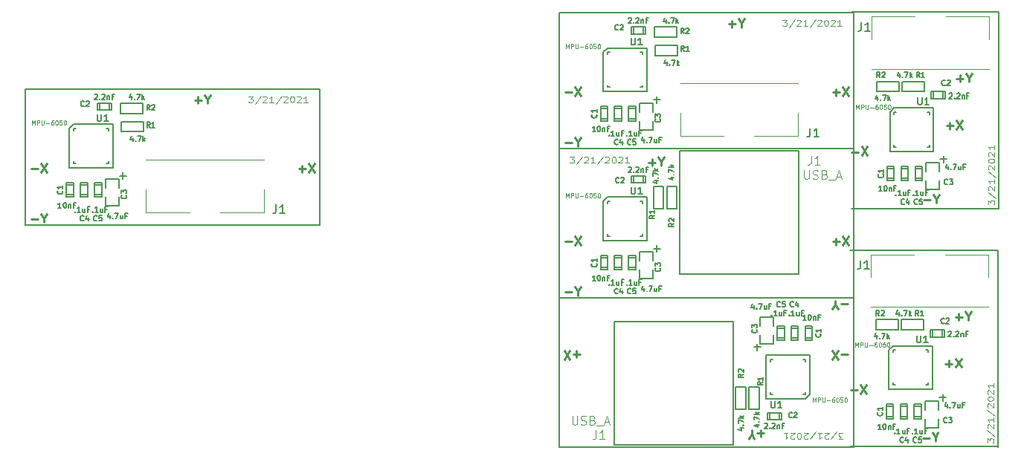
<source format=gto>
G04 #@! TF.GenerationSoftware,KiCad,Pcbnew,5.1.9-73d0e3b20d~88~ubuntu18.04.1*
G04 #@! TF.CreationDate,2021-03-21T23:49:59-07:00*
G04 #@! TF.ProjectId,accelgyro_mpu6050_d2r2_4x4,61636365-6c67-4797-926f-5f6d70753630,rev?*
G04 #@! TF.SameCoordinates,Original*
G04 #@! TF.FileFunction,Legend,Top*
G04 #@! TF.FilePolarity,Positive*
%FSLAX46Y46*%
G04 Gerber Fmt 4.6, Leading zero omitted, Abs format (unit mm)*
G04 Created by KiCad (PCBNEW 5.1.9-73d0e3b20d~88~ubuntu18.04.1) date 2021-03-21 23:49:59*
%MOMM*%
%LPD*%
G01*
G04 APERTURE LIST*
%ADD10C,0.250000*%
%ADD11C,0.125000*%
%ADD12C,0.200000*%
%ADD13C,0.120000*%
%ADD14C,0.127000*%
%ADD15C,0.149860*%
%ADD16C,0.200660*%
%ADD17C,0.150000*%
%ADD18C,0.099060*%
G04 APERTURE END LIST*
D10*
X129115476Y-68121428D02*
X129877380Y-68121428D01*
X129496428Y-68502380D02*
X129496428Y-67740476D01*
X130544047Y-68026190D02*
X130544047Y-68502380D01*
X130210714Y-67502380D02*
X130544047Y-68026190D01*
X130877380Y-67502380D01*
X117167857Y-76471428D02*
X117929761Y-76471428D01*
X118310714Y-75852380D02*
X118977380Y-76852380D01*
X118977380Y-75852380D02*
X118310714Y-76852380D01*
D11*
X132741666Y-82465476D02*
X132741666Y-81970238D01*
X133008333Y-82236904D01*
X133008333Y-82122619D01*
X133041666Y-82046428D01*
X133075000Y-82008333D01*
X133141666Y-81970238D01*
X133308333Y-81970238D01*
X133375000Y-82008333D01*
X133408333Y-82046428D01*
X133441666Y-82122619D01*
X133441666Y-82351190D01*
X133408333Y-82427380D01*
X133375000Y-82465476D01*
X132708333Y-81055952D02*
X133608333Y-81741666D01*
X132808333Y-80827380D02*
X132775000Y-80789285D01*
X132741666Y-80713095D01*
X132741666Y-80522619D01*
X132775000Y-80446428D01*
X132808333Y-80408333D01*
X132875000Y-80370238D01*
X132941666Y-80370238D01*
X133041666Y-80408333D01*
X133441666Y-80865476D01*
X133441666Y-80370238D01*
X133441666Y-79608333D02*
X133441666Y-80065476D01*
X133441666Y-79836904D02*
X132741666Y-79836904D01*
X132841666Y-79913095D01*
X132908333Y-79989285D01*
X132941666Y-80065476D01*
X132708333Y-78694047D02*
X133608333Y-79379761D01*
X132808333Y-78465476D02*
X132775000Y-78427380D01*
X132741666Y-78351190D01*
X132741666Y-78160714D01*
X132775000Y-78084523D01*
X132808333Y-78046428D01*
X132875000Y-78008333D01*
X132941666Y-78008333D01*
X133041666Y-78046428D01*
X133441666Y-78503571D01*
X133441666Y-78008333D01*
X132741666Y-77513095D02*
X132741666Y-77436904D01*
X132775000Y-77360714D01*
X132808333Y-77322619D01*
X132875000Y-77284523D01*
X133008333Y-77246428D01*
X133175000Y-77246428D01*
X133308333Y-77284523D01*
X133375000Y-77322619D01*
X133408333Y-77360714D01*
X133441666Y-77436904D01*
X133441666Y-77513095D01*
X133408333Y-77589285D01*
X133375000Y-77627380D01*
X133308333Y-77665476D01*
X133175000Y-77703571D01*
X133008333Y-77703571D01*
X132875000Y-77665476D01*
X132808333Y-77627380D01*
X132775000Y-77589285D01*
X132741666Y-77513095D01*
X132808333Y-76941666D02*
X132775000Y-76903571D01*
X132741666Y-76827380D01*
X132741666Y-76636904D01*
X132775000Y-76560714D01*
X132808333Y-76522619D01*
X132875000Y-76484523D01*
X132941666Y-76484523D01*
X133041666Y-76522619D01*
X133441666Y-76979761D01*
X133441666Y-76484523D01*
X133441666Y-75722619D02*
X133441666Y-76179761D01*
X133441666Y-75951190D02*
X132741666Y-75951190D01*
X132841666Y-76027380D01*
X132908333Y-76103571D01*
X132941666Y-76179761D01*
D10*
X127967857Y-73471428D02*
X128729761Y-73471428D01*
X128348809Y-73852380D02*
X128348809Y-73090476D01*
X129110714Y-72852380D02*
X129777380Y-73852380D01*
X129777380Y-72852380D02*
X129110714Y-73852380D01*
X125365476Y-81921428D02*
X126127380Y-81921428D01*
X126794047Y-81826190D02*
X126794047Y-82302380D01*
X126460714Y-81302380D02*
X126794047Y-81826190D01*
X127127380Y-81302380D01*
D12*
X117125000Y-82900000D02*
X133925000Y-82900000D01*
X133925000Y-82975000D02*
X133925000Y-60575000D01*
X133925000Y-60500000D02*
X117125000Y-60500000D01*
D10*
X84542857Y-86671428D02*
X85304761Y-86671428D01*
X85685714Y-86052380D02*
X86352380Y-87052380D01*
X86352380Y-86052380D02*
X85685714Y-87052380D01*
D11*
X85109523Y-77016666D02*
X85604761Y-77016666D01*
X85338095Y-77283333D01*
X85452380Y-77283333D01*
X85528571Y-77316666D01*
X85566666Y-77350000D01*
X85604761Y-77416666D01*
X85604761Y-77583333D01*
X85566666Y-77650000D01*
X85528571Y-77683333D01*
X85452380Y-77716666D01*
X85223809Y-77716666D01*
X85147619Y-77683333D01*
X85109523Y-77650000D01*
X86519047Y-76983333D02*
X85833333Y-77883333D01*
X86747619Y-77083333D02*
X86785714Y-77050000D01*
X86861904Y-77016666D01*
X87052380Y-77016666D01*
X87128571Y-77050000D01*
X87166666Y-77083333D01*
X87204761Y-77150000D01*
X87204761Y-77216666D01*
X87166666Y-77316666D01*
X86709523Y-77716666D01*
X87204761Y-77716666D01*
X87966666Y-77716666D02*
X87509523Y-77716666D01*
X87738095Y-77716666D02*
X87738095Y-77016666D01*
X87661904Y-77116666D01*
X87585714Y-77183333D01*
X87509523Y-77216666D01*
X88880952Y-76983333D02*
X88195238Y-77883333D01*
X89109523Y-77083333D02*
X89147619Y-77050000D01*
X89223809Y-77016666D01*
X89414285Y-77016666D01*
X89490476Y-77050000D01*
X89528571Y-77083333D01*
X89566666Y-77150000D01*
X89566666Y-77216666D01*
X89528571Y-77316666D01*
X89071428Y-77716666D01*
X89566666Y-77716666D01*
X90061904Y-77016666D02*
X90138095Y-77016666D01*
X90214285Y-77050000D01*
X90252380Y-77083333D01*
X90290476Y-77150000D01*
X90328571Y-77283333D01*
X90328571Y-77450000D01*
X90290476Y-77583333D01*
X90252380Y-77650000D01*
X90214285Y-77683333D01*
X90138095Y-77716666D01*
X90061904Y-77716666D01*
X89985714Y-77683333D01*
X89947619Y-77650000D01*
X89909523Y-77583333D01*
X89871428Y-77450000D01*
X89871428Y-77283333D01*
X89909523Y-77150000D01*
X89947619Y-77083333D01*
X89985714Y-77050000D01*
X90061904Y-77016666D01*
X90633333Y-77083333D02*
X90671428Y-77050000D01*
X90747619Y-77016666D01*
X90938095Y-77016666D01*
X91014285Y-77050000D01*
X91052380Y-77083333D01*
X91090476Y-77150000D01*
X91090476Y-77216666D01*
X91052380Y-77316666D01*
X90595238Y-77716666D01*
X91090476Y-77716666D01*
X91852380Y-77716666D02*
X91395238Y-77716666D01*
X91623809Y-77716666D02*
X91623809Y-77016666D01*
X91547619Y-77116666D01*
X91471428Y-77183333D01*
X91395238Y-77216666D01*
D10*
X84590476Y-92421428D02*
X85352380Y-92421428D01*
X86019047Y-92326190D02*
X86019047Y-92802380D01*
X85685714Y-91802380D02*
X86019047Y-92326190D01*
X86352380Y-91802380D01*
X115042857Y-86671428D02*
X115804761Y-86671428D01*
X115423809Y-87052380D02*
X115423809Y-86290476D01*
X116185714Y-86052380D02*
X116852380Y-87052380D01*
X116852380Y-86052380D02*
X116185714Y-87052380D01*
D12*
X117400000Y-76100000D02*
X83900000Y-76100000D01*
X117400000Y-93100000D02*
X117400000Y-76100000D01*
D10*
X94090476Y-77671428D02*
X94852380Y-77671428D01*
X94471428Y-78052380D02*
X94471428Y-77290476D01*
X95519047Y-77576190D02*
X95519047Y-78052380D01*
X95185714Y-77052380D02*
X95519047Y-77576190D01*
X95852380Y-77052380D01*
D12*
X83900000Y-76100000D02*
X83900000Y-93100000D01*
X83900000Y-93100000D02*
X117400000Y-93100000D01*
D10*
X54242857Y-78371428D02*
X55004761Y-78371428D01*
X54623809Y-78752380D02*
X54623809Y-77990476D01*
X55385714Y-77752380D02*
X56052380Y-78752380D01*
X56052380Y-77752380D02*
X55385714Y-78752380D01*
D11*
X48509523Y-70116666D02*
X49004761Y-70116666D01*
X48738095Y-70383333D01*
X48852380Y-70383333D01*
X48928571Y-70416666D01*
X48966666Y-70450000D01*
X49004761Y-70516666D01*
X49004761Y-70683333D01*
X48966666Y-70750000D01*
X48928571Y-70783333D01*
X48852380Y-70816666D01*
X48623809Y-70816666D01*
X48547619Y-70783333D01*
X48509523Y-70750000D01*
X49919047Y-70083333D02*
X49233333Y-70983333D01*
X50147619Y-70183333D02*
X50185714Y-70150000D01*
X50261904Y-70116666D01*
X50452380Y-70116666D01*
X50528571Y-70150000D01*
X50566666Y-70183333D01*
X50604761Y-70250000D01*
X50604761Y-70316666D01*
X50566666Y-70416666D01*
X50109523Y-70816666D01*
X50604761Y-70816666D01*
X51366666Y-70816666D02*
X50909523Y-70816666D01*
X51138095Y-70816666D02*
X51138095Y-70116666D01*
X51061904Y-70216666D01*
X50985714Y-70283333D01*
X50909523Y-70316666D01*
X52280952Y-70083333D02*
X51595238Y-70983333D01*
X52509523Y-70183333D02*
X52547619Y-70150000D01*
X52623809Y-70116666D01*
X52814285Y-70116666D01*
X52890476Y-70150000D01*
X52928571Y-70183333D01*
X52966666Y-70250000D01*
X52966666Y-70316666D01*
X52928571Y-70416666D01*
X52471428Y-70816666D01*
X52966666Y-70816666D01*
X53461904Y-70116666D02*
X53538095Y-70116666D01*
X53614285Y-70150000D01*
X53652380Y-70183333D01*
X53690476Y-70250000D01*
X53728571Y-70383333D01*
X53728571Y-70550000D01*
X53690476Y-70683333D01*
X53652380Y-70750000D01*
X53614285Y-70783333D01*
X53538095Y-70816666D01*
X53461904Y-70816666D01*
X53385714Y-70783333D01*
X53347619Y-70750000D01*
X53309523Y-70683333D01*
X53271428Y-70550000D01*
X53271428Y-70383333D01*
X53309523Y-70250000D01*
X53347619Y-70183333D01*
X53385714Y-70150000D01*
X53461904Y-70116666D01*
X54033333Y-70183333D02*
X54071428Y-70150000D01*
X54147619Y-70116666D01*
X54338095Y-70116666D01*
X54414285Y-70150000D01*
X54452380Y-70183333D01*
X54490476Y-70250000D01*
X54490476Y-70316666D01*
X54452380Y-70416666D01*
X53995238Y-70816666D01*
X54490476Y-70816666D01*
X55252380Y-70816666D02*
X54795238Y-70816666D01*
X55023809Y-70816666D02*
X55023809Y-70116666D01*
X54947619Y-70216666D01*
X54871428Y-70283333D01*
X54795238Y-70316666D01*
D10*
X23742857Y-78371428D02*
X24504761Y-78371428D01*
X24885714Y-77752380D02*
X25552380Y-78752380D01*
X25552380Y-77752380D02*
X24885714Y-78752380D01*
X23790476Y-84121428D02*
X24552380Y-84121428D01*
X25219047Y-84026190D02*
X25219047Y-84502380D01*
X24885714Y-83502380D02*
X25219047Y-84026190D01*
X25552380Y-83502380D01*
D12*
X23100000Y-84800000D02*
X56600000Y-84800000D01*
D10*
X42390476Y-70571428D02*
X43152380Y-70571428D01*
X42771428Y-70952380D02*
X42771428Y-70190476D01*
X43819047Y-70476190D02*
X43819047Y-70952380D01*
X43485714Y-69952380D02*
X43819047Y-70476190D01*
X44152380Y-69952380D01*
D12*
X56600000Y-84800000D02*
X56600000Y-69300000D01*
X23100000Y-69300000D02*
X23100000Y-84800000D01*
X56600000Y-69300000D02*
X23100000Y-69300000D01*
X83900000Y-76100000D02*
X117400000Y-76100000D01*
X117400000Y-60600000D02*
X83900000Y-60600000D01*
D10*
X103190476Y-61871428D02*
X103952380Y-61871428D01*
X103571428Y-62252380D02*
X103571428Y-61490476D01*
X104619047Y-61776190D02*
X104619047Y-62252380D01*
X104285714Y-61252380D02*
X104619047Y-61776190D01*
X104952380Y-61252380D01*
X84590476Y-75421428D02*
X85352380Y-75421428D01*
X86019047Y-75326190D02*
X86019047Y-75802380D01*
X85685714Y-74802380D02*
X86019047Y-75326190D01*
X86352380Y-74802380D01*
D12*
X83900000Y-60600000D02*
X83900000Y-76100000D01*
D10*
X115042857Y-69671428D02*
X115804761Y-69671428D01*
X115423809Y-70052380D02*
X115423809Y-69290476D01*
X116185714Y-69052380D02*
X116852380Y-70052380D01*
X116852380Y-69052380D02*
X116185714Y-70052380D01*
X84542857Y-69671428D02*
X85304761Y-69671428D01*
X85685714Y-69052380D02*
X86352380Y-70052380D01*
X86352380Y-69052380D02*
X85685714Y-70052380D01*
D11*
X109309523Y-61416666D02*
X109804761Y-61416666D01*
X109538095Y-61683333D01*
X109652380Y-61683333D01*
X109728571Y-61716666D01*
X109766666Y-61750000D01*
X109804761Y-61816666D01*
X109804761Y-61983333D01*
X109766666Y-62050000D01*
X109728571Y-62083333D01*
X109652380Y-62116666D01*
X109423809Y-62116666D01*
X109347619Y-62083333D01*
X109309523Y-62050000D01*
X110719047Y-61383333D02*
X110033333Y-62283333D01*
X110947619Y-61483333D02*
X110985714Y-61450000D01*
X111061904Y-61416666D01*
X111252380Y-61416666D01*
X111328571Y-61450000D01*
X111366666Y-61483333D01*
X111404761Y-61550000D01*
X111404761Y-61616666D01*
X111366666Y-61716666D01*
X110909523Y-62116666D01*
X111404761Y-62116666D01*
X112166666Y-62116666D02*
X111709523Y-62116666D01*
X111938095Y-62116666D02*
X111938095Y-61416666D01*
X111861904Y-61516666D01*
X111785714Y-61583333D01*
X111709523Y-61616666D01*
X113080952Y-61383333D02*
X112395238Y-62283333D01*
X113309523Y-61483333D02*
X113347619Y-61450000D01*
X113423809Y-61416666D01*
X113614285Y-61416666D01*
X113690476Y-61450000D01*
X113728571Y-61483333D01*
X113766666Y-61550000D01*
X113766666Y-61616666D01*
X113728571Y-61716666D01*
X113271428Y-62116666D01*
X113766666Y-62116666D01*
X114261904Y-61416666D02*
X114338095Y-61416666D01*
X114414285Y-61450000D01*
X114452380Y-61483333D01*
X114490476Y-61550000D01*
X114528571Y-61683333D01*
X114528571Y-61850000D01*
X114490476Y-61983333D01*
X114452380Y-62050000D01*
X114414285Y-62083333D01*
X114338095Y-62116666D01*
X114261904Y-62116666D01*
X114185714Y-62083333D01*
X114147619Y-62050000D01*
X114109523Y-61983333D01*
X114071428Y-61850000D01*
X114071428Y-61683333D01*
X114109523Y-61550000D01*
X114147619Y-61483333D01*
X114185714Y-61450000D01*
X114261904Y-61416666D01*
X114833333Y-61483333D02*
X114871428Y-61450000D01*
X114947619Y-61416666D01*
X115138095Y-61416666D01*
X115214285Y-61450000D01*
X115252380Y-61483333D01*
X115290476Y-61550000D01*
X115290476Y-61616666D01*
X115252380Y-61716666D01*
X114795238Y-62116666D01*
X115290476Y-62116666D01*
X116052380Y-62116666D02*
X115595238Y-62116666D01*
X115823809Y-62116666D02*
X115823809Y-61416666D01*
X115747619Y-61516666D01*
X115671428Y-61583333D01*
X115595238Y-61616666D01*
D12*
X117400000Y-76100000D02*
X117400000Y-60600000D01*
D10*
X107209523Y-108528571D02*
X106447619Y-108528571D01*
X106828571Y-108147619D02*
X106828571Y-108909523D01*
X105780952Y-108623809D02*
X105780952Y-108147619D01*
X106114285Y-109147619D02*
X105780952Y-108623809D01*
X105447619Y-109147619D01*
D12*
X83900000Y-110100000D02*
X117400000Y-110100000D01*
X83900000Y-93100000D02*
X83900000Y-110100000D01*
X117400000Y-93100000D02*
X83900000Y-93100000D01*
X117400000Y-110100000D02*
X117400000Y-93100000D01*
D11*
X116190476Y-109183333D02*
X115695238Y-109183333D01*
X115961904Y-108916666D01*
X115847619Y-108916666D01*
X115771428Y-108883333D01*
X115733333Y-108850000D01*
X115695238Y-108783333D01*
X115695238Y-108616666D01*
X115733333Y-108550000D01*
X115771428Y-108516666D01*
X115847619Y-108483333D01*
X116076190Y-108483333D01*
X116152380Y-108516666D01*
X116190476Y-108550000D01*
X114780952Y-109216666D02*
X115466666Y-108316666D01*
X114552380Y-109116666D02*
X114514285Y-109150000D01*
X114438095Y-109183333D01*
X114247619Y-109183333D01*
X114171428Y-109150000D01*
X114133333Y-109116666D01*
X114095238Y-109050000D01*
X114095238Y-108983333D01*
X114133333Y-108883333D01*
X114590476Y-108483333D01*
X114095238Y-108483333D01*
X113333333Y-108483333D02*
X113790476Y-108483333D01*
X113561904Y-108483333D02*
X113561904Y-109183333D01*
X113638095Y-109083333D01*
X113714285Y-109016666D01*
X113790476Y-108983333D01*
X112419047Y-109216666D02*
X113104761Y-108316666D01*
X112190476Y-109116666D02*
X112152380Y-109150000D01*
X112076190Y-109183333D01*
X111885714Y-109183333D01*
X111809523Y-109150000D01*
X111771428Y-109116666D01*
X111733333Y-109050000D01*
X111733333Y-108983333D01*
X111771428Y-108883333D01*
X112228571Y-108483333D01*
X111733333Y-108483333D01*
X111238095Y-109183333D02*
X111161904Y-109183333D01*
X111085714Y-109150000D01*
X111047619Y-109116666D01*
X111009523Y-109050000D01*
X110971428Y-108916666D01*
X110971428Y-108750000D01*
X111009523Y-108616666D01*
X111047619Y-108550000D01*
X111085714Y-108516666D01*
X111161904Y-108483333D01*
X111238095Y-108483333D01*
X111314285Y-108516666D01*
X111352380Y-108550000D01*
X111390476Y-108616666D01*
X111428571Y-108750000D01*
X111428571Y-108916666D01*
X111390476Y-109050000D01*
X111352380Y-109116666D01*
X111314285Y-109150000D01*
X111238095Y-109183333D01*
X110666666Y-109116666D02*
X110628571Y-109150000D01*
X110552380Y-109183333D01*
X110361904Y-109183333D01*
X110285714Y-109150000D01*
X110247619Y-109116666D01*
X110209523Y-109050000D01*
X110209523Y-108983333D01*
X110247619Y-108883333D01*
X110704761Y-108483333D01*
X110209523Y-108483333D01*
X109447619Y-108483333D02*
X109904761Y-108483333D01*
X109676190Y-108483333D02*
X109676190Y-109183333D01*
X109752380Y-109083333D01*
X109828571Y-109016666D01*
X109904761Y-108983333D01*
D10*
X116757142Y-99528571D02*
X115995238Y-99528571D01*
X115614285Y-100147619D02*
X114947619Y-99147619D01*
X114947619Y-100147619D02*
X115614285Y-99147619D01*
X86257142Y-99528571D02*
X85495238Y-99528571D01*
X85876190Y-99147619D02*
X85876190Y-99909523D01*
X85114285Y-100147619D02*
X84447619Y-99147619D01*
X84447619Y-100147619D02*
X85114285Y-99147619D01*
X116709523Y-93778571D02*
X115947619Y-93778571D01*
X115280952Y-93873809D02*
X115280952Y-93397619D01*
X115614285Y-94397619D02*
X115280952Y-93873809D01*
X114947619Y-94397619D01*
D12*
X117025000Y-110050000D02*
X133825000Y-110050000D01*
X133825000Y-87650000D02*
X117025000Y-87650000D01*
D10*
X129015476Y-95271428D02*
X129777380Y-95271428D01*
X129396428Y-95652380D02*
X129396428Y-94890476D01*
X130444047Y-95176190D02*
X130444047Y-95652380D01*
X130110714Y-94652380D02*
X130444047Y-95176190D01*
X130777380Y-94652380D01*
X125265476Y-109071428D02*
X126027380Y-109071428D01*
X126694047Y-108976190D02*
X126694047Y-109452380D01*
X126360714Y-108452380D02*
X126694047Y-108976190D01*
X127027380Y-108452380D01*
X127867857Y-100621428D02*
X128629761Y-100621428D01*
X128248809Y-101002380D02*
X128248809Y-100240476D01*
X129010714Y-100002380D02*
X129677380Y-101002380D01*
X129677380Y-100002380D02*
X129010714Y-101002380D01*
X117067857Y-103621428D02*
X117829761Y-103621428D01*
X118210714Y-103002380D02*
X118877380Y-104002380D01*
X118877380Y-103002380D02*
X118210714Y-104002380D01*
D11*
X132641666Y-109615476D02*
X132641666Y-109120238D01*
X132908333Y-109386904D01*
X132908333Y-109272619D01*
X132941666Y-109196428D01*
X132975000Y-109158333D01*
X133041666Y-109120238D01*
X133208333Y-109120238D01*
X133275000Y-109158333D01*
X133308333Y-109196428D01*
X133341666Y-109272619D01*
X133341666Y-109501190D01*
X133308333Y-109577380D01*
X133275000Y-109615476D01*
X132608333Y-108205952D02*
X133508333Y-108891666D01*
X132708333Y-107977380D02*
X132675000Y-107939285D01*
X132641666Y-107863095D01*
X132641666Y-107672619D01*
X132675000Y-107596428D01*
X132708333Y-107558333D01*
X132775000Y-107520238D01*
X132841666Y-107520238D01*
X132941666Y-107558333D01*
X133341666Y-108015476D01*
X133341666Y-107520238D01*
X133341666Y-106758333D02*
X133341666Y-107215476D01*
X133341666Y-106986904D02*
X132641666Y-106986904D01*
X132741666Y-107063095D01*
X132808333Y-107139285D01*
X132841666Y-107215476D01*
X132608333Y-105844047D02*
X133508333Y-106529761D01*
X132708333Y-105615476D02*
X132675000Y-105577380D01*
X132641666Y-105501190D01*
X132641666Y-105310714D01*
X132675000Y-105234523D01*
X132708333Y-105196428D01*
X132775000Y-105158333D01*
X132841666Y-105158333D01*
X132941666Y-105196428D01*
X133341666Y-105653571D01*
X133341666Y-105158333D01*
X132641666Y-104663095D02*
X132641666Y-104586904D01*
X132675000Y-104510714D01*
X132708333Y-104472619D01*
X132775000Y-104434523D01*
X132908333Y-104396428D01*
X133075000Y-104396428D01*
X133208333Y-104434523D01*
X133275000Y-104472619D01*
X133308333Y-104510714D01*
X133341666Y-104586904D01*
X133341666Y-104663095D01*
X133308333Y-104739285D01*
X133275000Y-104777380D01*
X133208333Y-104815476D01*
X133075000Y-104853571D01*
X132908333Y-104853571D01*
X132775000Y-104815476D01*
X132708333Y-104777380D01*
X132675000Y-104739285D01*
X132641666Y-104663095D01*
X132708333Y-104091666D02*
X132675000Y-104053571D01*
X132641666Y-103977380D01*
X132641666Y-103786904D01*
X132675000Y-103710714D01*
X132708333Y-103672619D01*
X132775000Y-103634523D01*
X132841666Y-103634523D01*
X132941666Y-103672619D01*
X133341666Y-104129761D01*
X133341666Y-103634523D01*
X133341666Y-102872619D02*
X133341666Y-103329761D01*
X133341666Y-103101190D02*
X132641666Y-103101190D01*
X132741666Y-103177380D01*
X132808333Y-103253571D01*
X132841666Y-103329761D01*
D12*
X133825000Y-110125000D02*
X133825000Y-87725000D01*
D13*
X119450000Y-61000000D02*
X124400000Y-61000000D01*
X119450000Y-61000000D02*
X119450000Y-63600000D01*
X132850000Y-61000000D02*
X132850000Y-63600000D01*
X132850000Y-61000000D02*
X127900000Y-61000000D01*
X132850000Y-67000000D02*
X119450000Y-67000000D01*
D14*
X125495000Y-69570000D02*
X125495000Y-68430000D01*
X122955000Y-69570000D02*
X122955000Y-68430000D01*
X125475000Y-69570000D02*
X122975000Y-69570000D01*
X122975000Y-68430000D02*
X125475000Y-68430000D01*
X125663000Y-78692000D02*
X125663000Y-77676000D01*
X125663000Y-77676000D02*
X127187000Y-77676000D01*
X127187000Y-77676000D02*
X127187000Y-78692000D01*
X127187000Y-79708000D02*
X127187000Y-80724000D01*
X127187000Y-80724000D02*
X125663000Y-80724000D01*
X125663000Y-80724000D02*
X125663000Y-79708000D01*
X127583800Y-70406400D02*
X127583800Y-69593600D01*
X126466200Y-69619000D02*
X126466200Y-70406400D01*
X126212200Y-69593600D02*
X127837800Y-69593600D01*
X127837800Y-69593600D02*
X127837800Y-70406400D01*
X127837800Y-70406400D02*
X126212200Y-70406400D01*
X126212200Y-70406400D02*
X126212200Y-69593600D01*
X122818600Y-79458800D02*
X123631400Y-79458800D01*
X123606000Y-78341200D02*
X122818600Y-78341200D01*
X123631400Y-78087200D02*
X123631400Y-79712800D01*
X123631400Y-79712800D02*
X122818600Y-79712800D01*
X122818600Y-79712800D02*
X122818600Y-78087200D01*
X122818600Y-78087200D02*
X123631400Y-78087200D01*
X124418600Y-79458800D02*
X125231400Y-79458800D01*
X125206000Y-78341200D02*
X124418600Y-78341200D01*
X125231400Y-78087200D02*
X125231400Y-79712800D01*
X125231400Y-79712800D02*
X124418600Y-79712800D01*
X124418600Y-79712800D02*
X124418600Y-78087200D01*
X124418600Y-78087200D02*
X125231400Y-78087200D01*
X121218600Y-79458800D02*
X122031400Y-79458800D01*
X122006000Y-78341200D02*
X121218600Y-78341200D01*
X122031400Y-78087200D02*
X122031400Y-79712800D01*
X122031400Y-79712800D02*
X121218600Y-79712800D01*
X121218600Y-79712800D02*
X121218600Y-78087200D01*
X121218600Y-78087200D02*
X122031400Y-78087200D01*
X122575000Y-69570000D02*
X120075000Y-69570000D01*
X120075000Y-68430000D02*
X122575000Y-68430000D01*
X122595000Y-68430000D02*
X122595000Y-69570000D01*
X120055000Y-68430000D02*
X120055000Y-69570000D01*
D15*
X122033640Y-71410800D02*
X126514200Y-71410800D01*
X121535800Y-71908640D02*
X121535800Y-76389200D01*
X121535800Y-71908640D02*
X122033640Y-71410800D01*
D16*
X122033640Y-72157560D02*
X122033640Y-71908640D01*
X122033640Y-71908640D02*
X122282560Y-71908640D01*
X122282560Y-75891360D02*
X122033640Y-75891360D01*
X122033640Y-75891360D02*
X122033640Y-75642440D01*
X126016360Y-75642440D02*
X126016360Y-75891360D01*
X126016360Y-75891360D02*
X125767440Y-75891360D01*
X125767440Y-71908640D02*
X126016360Y-71908640D01*
X126016360Y-71908640D02*
X126016360Y-72157560D01*
D15*
X126514200Y-76389200D02*
X121535800Y-76389200D01*
X126514200Y-71410800D02*
X126514200Y-76389200D01*
D14*
X111175000Y-90430000D02*
X97625000Y-90430000D01*
X97625000Y-90430000D02*
X97625000Y-76370000D01*
X97625000Y-76370000D02*
X111175000Y-76370000D01*
X111175000Y-90430000D02*
X111175000Y-76370000D01*
X90193600Y-89658800D02*
X91006400Y-89658800D01*
X90981000Y-88541200D02*
X90193600Y-88541200D01*
X91006400Y-88287200D02*
X91006400Y-89912800D01*
X91006400Y-89912800D02*
X90193600Y-89912800D01*
X90193600Y-89912800D02*
X90193600Y-88287200D01*
X90193600Y-88287200D02*
X91006400Y-88287200D01*
X93458800Y-80006400D02*
X93458800Y-79193600D01*
X92341200Y-79219000D02*
X92341200Y-80006400D01*
X92087200Y-79193600D02*
X93712800Y-79193600D01*
X93712800Y-79193600D02*
X93712800Y-80006400D01*
X93712800Y-80006400D02*
X92087200Y-80006400D01*
X92087200Y-80006400D02*
X92087200Y-79193600D01*
X88593600Y-89658800D02*
X89406400Y-89658800D01*
X89381000Y-88541200D02*
X88593600Y-88541200D01*
X89406400Y-88287200D02*
X89406400Y-89912800D01*
X89406400Y-89912800D02*
X88593600Y-89912800D01*
X88593600Y-89912800D02*
X88593600Y-88287200D01*
X88593600Y-88287200D02*
X89406400Y-88287200D01*
X94642000Y-82906000D02*
X95782000Y-82906000D01*
X94642000Y-80366000D02*
X95782000Y-80366000D01*
X94642000Y-82886000D02*
X94642000Y-80386000D01*
X95782000Y-80386000D02*
X95782000Y-82886000D01*
X93038000Y-88892000D02*
X93038000Y-87876000D01*
X93038000Y-87876000D02*
X94562000Y-87876000D01*
X94562000Y-87876000D02*
X94562000Y-88892000D01*
X94562000Y-89908000D02*
X94562000Y-90924000D01*
X94562000Y-90924000D02*
X93038000Y-90924000D01*
X93038000Y-90924000D02*
X93038000Y-89908000D01*
X91793600Y-89658800D02*
X92606400Y-89658800D01*
X92581000Y-88541200D02*
X91793600Y-88541200D01*
X92606400Y-88287200D02*
X92606400Y-89912800D01*
X92606400Y-89912800D02*
X91793600Y-89912800D01*
X91793600Y-89912800D02*
X91793600Y-88287200D01*
X91793600Y-88287200D02*
X92606400Y-88287200D01*
D15*
X89408640Y-81610800D02*
X93889200Y-81610800D01*
X88910800Y-82108640D02*
X88910800Y-86589200D01*
X88910800Y-82108640D02*
X89408640Y-81610800D01*
D16*
X89408640Y-82357560D02*
X89408640Y-82108640D01*
X89408640Y-82108640D02*
X89657560Y-82108640D01*
X89657560Y-86091360D02*
X89408640Y-86091360D01*
X89408640Y-86091360D02*
X89408640Y-85842440D01*
X93391360Y-85842440D02*
X93391360Y-86091360D01*
X93391360Y-86091360D02*
X93142440Y-86091360D01*
X93142440Y-82108640D02*
X93391360Y-82108640D01*
X93391360Y-82108640D02*
X93391360Y-82357560D01*
D15*
X93889200Y-86589200D02*
X88910800Y-86589200D01*
X93889200Y-81610800D02*
X93889200Y-86589200D01*
D14*
X97306000Y-80386000D02*
X97306000Y-82886000D01*
X96166000Y-82886000D02*
X96166000Y-80386000D01*
X96166000Y-80366000D02*
X97306000Y-80366000D01*
X96166000Y-82906000D02*
X97306000Y-82906000D01*
D15*
X28608640Y-73310800D02*
X33089200Y-73310800D01*
X28110800Y-73808640D02*
X28110800Y-78289200D01*
X28110800Y-73808640D02*
X28608640Y-73310800D01*
D16*
X28608640Y-74057560D02*
X28608640Y-73808640D01*
X28608640Y-73808640D02*
X28857560Y-73808640D01*
X28857560Y-77791360D02*
X28608640Y-77791360D01*
X28608640Y-77791360D02*
X28608640Y-77542440D01*
X32591360Y-77542440D02*
X32591360Y-77791360D01*
X32591360Y-77791360D02*
X32342440Y-77791360D01*
X32342440Y-73808640D02*
X32591360Y-73808640D01*
X32591360Y-73808640D02*
X32591360Y-74057560D01*
D15*
X33089200Y-78289200D02*
X28110800Y-78289200D01*
X33089200Y-73310800D02*
X33089200Y-78289200D01*
D14*
X29393600Y-81358800D02*
X30206400Y-81358800D01*
X30181000Y-80241200D02*
X29393600Y-80241200D01*
X30206400Y-79987200D02*
X30206400Y-81612800D01*
X30206400Y-81612800D02*
X29393600Y-81612800D01*
X29393600Y-81612800D02*
X29393600Y-79987200D01*
X29393600Y-79987200D02*
X30206400Y-79987200D01*
X27793600Y-81358800D02*
X28606400Y-81358800D01*
X28581000Y-80241200D02*
X27793600Y-80241200D01*
X28606400Y-79987200D02*
X28606400Y-81612800D01*
X28606400Y-81612800D02*
X27793600Y-81612800D01*
X27793600Y-81612800D02*
X27793600Y-79987200D01*
X27793600Y-79987200D02*
X28606400Y-79987200D01*
X32238000Y-80592000D02*
X32238000Y-79576000D01*
X32238000Y-79576000D02*
X33762000Y-79576000D01*
X33762000Y-79576000D02*
X33762000Y-80592000D01*
X33762000Y-81608000D02*
X33762000Y-82624000D01*
X33762000Y-82624000D02*
X32238000Y-82624000D01*
X32238000Y-82624000D02*
X32238000Y-81608000D01*
X33950000Y-70930000D02*
X36450000Y-70930000D01*
X36450000Y-72070000D02*
X33950000Y-72070000D01*
X33930000Y-72070000D02*
X33930000Y-70930000D01*
X36470000Y-72070000D02*
X36470000Y-70930000D01*
D13*
X50256000Y-83348000D02*
X45306000Y-83348000D01*
X50256000Y-83348000D02*
X50256000Y-80748000D01*
X36856000Y-83348000D02*
X36856000Y-80748000D01*
X36856000Y-83348000D02*
X41806000Y-83348000D01*
X36856000Y-77348000D02*
X50256000Y-77348000D01*
D14*
X32658800Y-71706400D02*
X32658800Y-70893600D01*
X31541200Y-70919000D02*
X31541200Y-71706400D01*
X31287200Y-70893600D02*
X32912800Y-70893600D01*
X32912800Y-70893600D02*
X32912800Y-71706400D01*
X32912800Y-71706400D02*
X31287200Y-71706400D01*
X31287200Y-71706400D02*
X31287200Y-70893600D01*
X30993600Y-81358800D02*
X31806400Y-81358800D01*
X31781000Y-80241200D02*
X30993600Y-80241200D01*
X31806400Y-79987200D02*
X31806400Y-81612800D01*
X31806400Y-81612800D02*
X30993600Y-81612800D01*
X30993600Y-81612800D02*
X30993600Y-79987200D01*
X30993600Y-79987200D02*
X31806400Y-79987200D01*
X36570000Y-74170000D02*
X36570000Y-73030000D01*
X34030000Y-74170000D02*
X34030000Y-73030000D01*
X36550000Y-74170000D02*
X34050000Y-74170000D01*
X34050000Y-73030000D02*
X36550000Y-73030000D01*
X91793600Y-72658800D02*
X92606400Y-72658800D01*
X92581000Y-71541200D02*
X91793600Y-71541200D01*
X92606400Y-71287200D02*
X92606400Y-72912800D01*
X92606400Y-72912800D02*
X91793600Y-72912800D01*
X91793600Y-72912800D02*
X91793600Y-71287200D01*
X91793600Y-71287200D02*
X92606400Y-71287200D01*
D15*
X89408640Y-64610800D02*
X93889200Y-64610800D01*
X88910800Y-65108640D02*
X88910800Y-69589200D01*
X88910800Y-65108640D02*
X89408640Y-64610800D01*
D16*
X89408640Y-65357560D02*
X89408640Y-65108640D01*
X89408640Y-65108640D02*
X89657560Y-65108640D01*
X89657560Y-69091360D02*
X89408640Y-69091360D01*
X89408640Y-69091360D02*
X89408640Y-68842440D01*
X93391360Y-68842440D02*
X93391360Y-69091360D01*
X93391360Y-69091360D02*
X93142440Y-69091360D01*
X93142440Y-65108640D02*
X93391360Y-65108640D01*
X93391360Y-65108640D02*
X93391360Y-65357560D01*
D15*
X93889200Y-69589200D02*
X88910800Y-69589200D01*
X93889200Y-64610800D02*
X93889200Y-69589200D01*
D14*
X90193600Y-72658800D02*
X91006400Y-72658800D01*
X90981000Y-71541200D02*
X90193600Y-71541200D01*
X91006400Y-71287200D02*
X91006400Y-72912800D01*
X91006400Y-72912800D02*
X90193600Y-72912800D01*
X90193600Y-72912800D02*
X90193600Y-71287200D01*
X90193600Y-71287200D02*
X91006400Y-71287200D01*
X94750000Y-62230000D02*
X97250000Y-62230000D01*
X97250000Y-63370000D02*
X94750000Y-63370000D01*
X94730000Y-63370000D02*
X94730000Y-62230000D01*
X97270000Y-63370000D02*
X97270000Y-62230000D01*
X88593600Y-72658800D02*
X89406400Y-72658800D01*
X89381000Y-71541200D02*
X88593600Y-71541200D01*
X89406400Y-71287200D02*
X89406400Y-72912800D01*
X89406400Y-72912800D02*
X88593600Y-72912800D01*
X88593600Y-72912800D02*
X88593600Y-71287200D01*
X88593600Y-71287200D02*
X89406400Y-71287200D01*
X93038000Y-71892000D02*
X93038000Y-70876000D01*
X93038000Y-70876000D02*
X94562000Y-70876000D01*
X94562000Y-70876000D02*
X94562000Y-71892000D01*
X94562000Y-72908000D02*
X94562000Y-73924000D01*
X94562000Y-73924000D02*
X93038000Y-73924000D01*
X93038000Y-73924000D02*
X93038000Y-72908000D01*
D13*
X111056000Y-74648000D02*
X106106000Y-74648000D01*
X111056000Y-74648000D02*
X111056000Y-72048000D01*
X97656000Y-74648000D02*
X97656000Y-72048000D01*
X97656000Y-74648000D02*
X102606000Y-74648000D01*
X97656000Y-68648000D02*
X111056000Y-68648000D01*
D14*
X97370000Y-65470000D02*
X97370000Y-64330000D01*
X94830000Y-65470000D02*
X94830000Y-64330000D01*
X97350000Y-65470000D02*
X94850000Y-65470000D01*
X94850000Y-64330000D02*
X97350000Y-64330000D01*
X93458800Y-63006400D02*
X93458800Y-62193600D01*
X92341200Y-62219000D02*
X92341200Y-63006400D01*
X92087200Y-62193600D02*
X93712800Y-62193600D01*
X93712800Y-62193600D02*
X93712800Y-63006400D01*
X93712800Y-63006400D02*
X92087200Y-63006400D01*
X92087200Y-63006400D02*
X92087200Y-62193600D01*
X112706400Y-96541200D02*
X111893600Y-96541200D01*
X111919000Y-97658800D02*
X112706400Y-97658800D01*
X111893600Y-97912800D02*
X111893600Y-96287200D01*
X111893600Y-96287200D02*
X112706400Y-96287200D01*
X112706400Y-96287200D02*
X112706400Y-97912800D01*
X112706400Y-97912800D02*
X111893600Y-97912800D01*
X107841200Y-106193600D02*
X107841200Y-107006400D01*
X108958800Y-106981000D02*
X108958800Y-106193600D01*
X109212800Y-107006400D02*
X107587200Y-107006400D01*
X107587200Y-107006400D02*
X107587200Y-106193600D01*
X107587200Y-106193600D02*
X109212800Y-106193600D01*
X109212800Y-106193600D02*
X109212800Y-107006400D01*
X111106400Y-96541200D02*
X110293600Y-96541200D01*
X110319000Y-97658800D02*
X111106400Y-97658800D01*
X110293600Y-97912800D02*
X110293600Y-96287200D01*
X110293600Y-96287200D02*
X111106400Y-96287200D01*
X111106400Y-96287200D02*
X111106400Y-97912800D01*
X111106400Y-97912800D02*
X110293600Y-97912800D01*
X109506400Y-96541200D02*
X108693600Y-96541200D01*
X108719000Y-97658800D02*
X109506400Y-97658800D01*
X108693600Y-97912800D02*
X108693600Y-96287200D01*
X108693600Y-96287200D02*
X109506400Y-96287200D01*
X109506400Y-96287200D02*
X109506400Y-97912800D01*
X109506400Y-97912800D02*
X108693600Y-97912800D01*
D15*
X111891360Y-104589200D02*
X107410800Y-104589200D01*
X112389200Y-104091360D02*
X112389200Y-99610800D01*
X112389200Y-104091360D02*
X111891360Y-104589200D01*
D16*
X111891360Y-103842440D02*
X111891360Y-104091360D01*
X111891360Y-104091360D02*
X111642440Y-104091360D01*
X111642440Y-100108640D02*
X111891360Y-100108640D01*
X111891360Y-100108640D02*
X111891360Y-100357560D01*
X107908640Y-100357560D02*
X107908640Y-100108640D01*
X107908640Y-100108640D02*
X108157560Y-100108640D01*
X108157560Y-104091360D02*
X107908640Y-104091360D01*
X107908640Y-104091360D02*
X107908640Y-103842440D01*
D15*
X107410800Y-99610800D02*
X112389200Y-99610800D01*
X107410800Y-104589200D02*
X107410800Y-99610800D01*
D14*
X108262000Y-97308000D02*
X108262000Y-98324000D01*
X108262000Y-98324000D02*
X106738000Y-98324000D01*
X106738000Y-98324000D02*
X106738000Y-97308000D01*
X106738000Y-96292000D02*
X106738000Y-95276000D01*
X106738000Y-95276000D02*
X108262000Y-95276000D01*
X108262000Y-95276000D02*
X108262000Y-96292000D01*
X90125000Y-95770000D02*
X103675000Y-95770000D01*
X103675000Y-95770000D02*
X103675000Y-109830000D01*
X103675000Y-109830000D02*
X90125000Y-109830000D01*
X90125000Y-95770000D02*
X90125000Y-109830000D01*
X106658000Y-103294000D02*
X105518000Y-103294000D01*
X106658000Y-105834000D02*
X105518000Y-105834000D01*
X106658000Y-103314000D02*
X106658000Y-105814000D01*
X105518000Y-105814000D02*
X105518000Y-103314000D01*
X103994000Y-105814000D02*
X103994000Y-103314000D01*
X105134000Y-103314000D02*
X105134000Y-105814000D01*
X105134000Y-105834000D02*
X103994000Y-105834000D01*
X105134000Y-103294000D02*
X103994000Y-103294000D01*
X124318600Y-106608800D02*
X125131400Y-106608800D01*
X125106000Y-105491200D02*
X124318600Y-105491200D01*
X125131400Y-105237200D02*
X125131400Y-106862800D01*
X125131400Y-106862800D02*
X124318600Y-106862800D01*
X124318600Y-106862800D02*
X124318600Y-105237200D01*
X124318600Y-105237200D02*
X125131400Y-105237200D01*
D15*
X121933640Y-98560800D02*
X126414200Y-98560800D01*
X121435800Y-99058640D02*
X121435800Y-103539200D01*
X121435800Y-99058640D02*
X121933640Y-98560800D01*
D16*
X121933640Y-99307560D02*
X121933640Y-99058640D01*
X121933640Y-99058640D02*
X122182560Y-99058640D01*
X122182560Y-103041360D02*
X121933640Y-103041360D01*
X121933640Y-103041360D02*
X121933640Y-102792440D01*
X125916360Y-102792440D02*
X125916360Y-103041360D01*
X125916360Y-103041360D02*
X125667440Y-103041360D01*
X125667440Y-99058640D02*
X125916360Y-99058640D01*
X125916360Y-99058640D02*
X125916360Y-99307560D01*
D15*
X126414200Y-103539200D02*
X121435800Y-103539200D01*
X126414200Y-98560800D02*
X126414200Y-103539200D01*
D14*
X122718600Y-106608800D02*
X123531400Y-106608800D01*
X123506000Y-105491200D02*
X122718600Y-105491200D01*
X123531400Y-105237200D02*
X123531400Y-106862800D01*
X123531400Y-106862800D02*
X122718600Y-106862800D01*
X122718600Y-106862800D02*
X122718600Y-105237200D01*
X122718600Y-105237200D02*
X123531400Y-105237200D01*
X122475000Y-96720000D02*
X119975000Y-96720000D01*
X119975000Y-95580000D02*
X122475000Y-95580000D01*
X122495000Y-95580000D02*
X122495000Y-96720000D01*
X119955000Y-95580000D02*
X119955000Y-96720000D01*
X121118600Y-106608800D02*
X121931400Y-106608800D01*
X121906000Y-105491200D02*
X121118600Y-105491200D01*
X121931400Y-105237200D02*
X121931400Y-106862800D01*
X121931400Y-106862800D02*
X121118600Y-106862800D01*
X121118600Y-106862800D02*
X121118600Y-105237200D01*
X121118600Y-105237200D02*
X121931400Y-105237200D01*
X125563000Y-105842000D02*
X125563000Y-104826000D01*
X125563000Y-104826000D02*
X127087000Y-104826000D01*
X127087000Y-104826000D02*
X127087000Y-105842000D01*
X127087000Y-106858000D02*
X127087000Y-107874000D01*
X127087000Y-107874000D02*
X125563000Y-107874000D01*
X125563000Y-107874000D02*
X125563000Y-106858000D01*
D13*
X119350000Y-88150000D02*
X124300000Y-88150000D01*
X119350000Y-88150000D02*
X119350000Y-90750000D01*
X132750000Y-88150000D02*
X132750000Y-90750000D01*
X132750000Y-88150000D02*
X127800000Y-88150000D01*
X132750000Y-94150000D02*
X119350000Y-94150000D01*
D14*
X125395000Y-96720000D02*
X125395000Y-95580000D01*
X122855000Y-96720000D02*
X122855000Y-95580000D01*
X125375000Y-96720000D02*
X122875000Y-96720000D01*
X122875000Y-95580000D02*
X125375000Y-95580000D01*
X127483800Y-97556400D02*
X127483800Y-96743600D01*
X126366200Y-96769000D02*
X126366200Y-97556400D01*
X126112200Y-96743600D02*
X127737800Y-96743600D01*
X127737800Y-96743600D02*
X127737800Y-97556400D01*
X127737800Y-97556400D02*
X126112200Y-97556400D01*
X126112200Y-97556400D02*
X126112200Y-96743600D01*
D17*
X118291666Y-61677380D02*
X118291666Y-62391666D01*
X118244047Y-62534523D01*
X118148809Y-62629761D01*
X118005952Y-62677380D01*
X117910714Y-62677380D01*
X119291666Y-62677380D02*
X118720238Y-62677380D01*
X119005952Y-62677380D02*
X119005952Y-61677380D01*
X118910714Y-61820238D01*
X118815476Y-61915476D01*
X118720238Y-61963095D01*
X124925000Y-67971428D02*
X124725000Y-67685714D01*
X124582142Y-67971428D02*
X124582142Y-67371428D01*
X124810714Y-67371428D01*
X124867857Y-67400000D01*
X124896428Y-67428571D01*
X124925000Y-67485714D01*
X124925000Y-67571428D01*
X124896428Y-67628571D01*
X124867857Y-67657142D01*
X124810714Y-67685714D01*
X124582142Y-67685714D01*
X125496428Y-67971428D02*
X125153571Y-67971428D01*
X125325000Y-67971428D02*
X125325000Y-67371428D01*
X125267857Y-67457142D01*
X125210714Y-67514285D01*
X125153571Y-67542857D01*
X122667857Y-67571428D02*
X122667857Y-67971428D01*
X122525000Y-67342857D02*
X122382142Y-67771428D01*
X122753571Y-67771428D01*
X122982142Y-67914285D02*
X123010714Y-67942857D01*
X122982142Y-67971428D01*
X122953571Y-67942857D01*
X122982142Y-67914285D01*
X122982142Y-67971428D01*
X123210714Y-67371428D02*
X123610714Y-67371428D01*
X123353571Y-67971428D01*
X123839285Y-67971428D02*
X123839285Y-67371428D01*
X123896428Y-67742857D02*
X124067857Y-67971428D01*
X124067857Y-67571428D02*
X123839285Y-67800000D01*
X128125000Y-80114285D02*
X128096428Y-80142857D01*
X128010714Y-80171428D01*
X127953571Y-80171428D01*
X127867857Y-80142857D01*
X127810714Y-80085714D01*
X127782142Y-80028571D01*
X127753571Y-79914285D01*
X127753571Y-79828571D01*
X127782142Y-79714285D01*
X127810714Y-79657142D01*
X127867857Y-79600000D01*
X127953571Y-79571428D01*
X128010714Y-79571428D01*
X128096428Y-79600000D01*
X128125000Y-79628571D01*
X128325000Y-79571428D02*
X128696428Y-79571428D01*
X128496428Y-79800000D01*
X128582142Y-79800000D01*
X128639285Y-79828571D01*
X128667857Y-79857142D01*
X128696428Y-79914285D01*
X128696428Y-80057142D01*
X128667857Y-80114285D01*
X128639285Y-80142857D01*
X128582142Y-80171428D01*
X128410714Y-80171428D01*
X128353571Y-80142857D01*
X128325000Y-80114285D01*
X128182142Y-78071428D02*
X128182142Y-78471428D01*
X128039285Y-77842857D02*
X127896428Y-78271428D01*
X128267857Y-78271428D01*
X128496428Y-78414285D02*
X128525000Y-78442857D01*
X128496428Y-78471428D01*
X128467857Y-78442857D01*
X128496428Y-78414285D01*
X128496428Y-78471428D01*
X128725000Y-77871428D02*
X129125000Y-77871428D01*
X128867857Y-78471428D01*
X129610714Y-78071428D02*
X129610714Y-78471428D01*
X129353571Y-78071428D02*
X129353571Y-78385714D01*
X129382142Y-78442857D01*
X129439285Y-78471428D01*
X129525000Y-78471428D01*
X129582142Y-78442857D01*
X129610714Y-78414285D01*
X130096428Y-78157142D02*
X129896428Y-78157142D01*
X129896428Y-78471428D02*
X129896428Y-77871428D01*
X130182142Y-77871428D01*
X127646428Y-77680952D02*
X127646428Y-76919047D01*
X128027380Y-77300000D02*
X127265476Y-77300000D01*
X127825000Y-68814285D02*
X127796428Y-68842857D01*
X127710714Y-68871428D01*
X127653571Y-68871428D01*
X127567857Y-68842857D01*
X127510714Y-68785714D01*
X127482142Y-68728571D01*
X127453571Y-68614285D01*
X127453571Y-68528571D01*
X127482142Y-68414285D01*
X127510714Y-68357142D01*
X127567857Y-68300000D01*
X127653571Y-68271428D01*
X127710714Y-68271428D01*
X127796428Y-68300000D01*
X127825000Y-68328571D01*
X128053571Y-68328571D02*
X128082142Y-68300000D01*
X128139285Y-68271428D01*
X128282142Y-68271428D01*
X128339285Y-68300000D01*
X128367857Y-68328571D01*
X128396428Y-68385714D01*
X128396428Y-68442857D01*
X128367857Y-68528571D01*
X128025000Y-68871428D01*
X128396428Y-68871428D01*
X128296428Y-69828571D02*
X128325000Y-69800000D01*
X128382142Y-69771428D01*
X128525000Y-69771428D01*
X128582142Y-69800000D01*
X128610714Y-69828571D01*
X128639285Y-69885714D01*
X128639285Y-69942857D01*
X128610714Y-70028571D01*
X128267857Y-70371428D01*
X128639285Y-70371428D01*
X128896428Y-70314285D02*
X128925000Y-70342857D01*
X128896428Y-70371428D01*
X128867857Y-70342857D01*
X128896428Y-70314285D01*
X128896428Y-70371428D01*
X129153571Y-69828571D02*
X129182142Y-69800000D01*
X129239285Y-69771428D01*
X129382142Y-69771428D01*
X129439285Y-69800000D01*
X129467857Y-69828571D01*
X129496428Y-69885714D01*
X129496428Y-69942857D01*
X129467857Y-70028571D01*
X129125000Y-70371428D01*
X129496428Y-70371428D01*
X129753571Y-69971428D02*
X129753571Y-70371428D01*
X129753571Y-70028571D02*
X129782142Y-70000000D01*
X129839285Y-69971428D01*
X129925000Y-69971428D01*
X129982142Y-70000000D01*
X130010714Y-70057142D01*
X130010714Y-70371428D01*
X130496428Y-70057142D02*
X130296428Y-70057142D01*
X130296428Y-70371428D02*
X130296428Y-69771428D01*
X130582142Y-69771428D01*
X123175000Y-82364285D02*
X123146428Y-82392857D01*
X123060714Y-82421428D01*
X123003571Y-82421428D01*
X122917857Y-82392857D01*
X122860714Y-82335714D01*
X122832142Y-82278571D01*
X122803571Y-82164285D01*
X122803571Y-82078571D01*
X122832142Y-81964285D01*
X122860714Y-81907142D01*
X122917857Y-81850000D01*
X123003571Y-81821428D01*
X123060714Y-81821428D01*
X123146428Y-81850000D01*
X123175000Y-81878571D01*
X123689285Y-82021428D02*
X123689285Y-82421428D01*
X123546428Y-81792857D02*
X123403571Y-82221428D01*
X123775000Y-82221428D01*
X122210714Y-81364285D02*
X122239285Y-81392857D01*
X122210714Y-81421428D01*
X122182142Y-81392857D01*
X122210714Y-81364285D01*
X122210714Y-81421428D01*
X122810714Y-81421428D02*
X122467857Y-81421428D01*
X122639285Y-81421428D02*
X122639285Y-80821428D01*
X122582142Y-80907142D01*
X122525000Y-80964285D01*
X122467857Y-80992857D01*
X123325000Y-81021428D02*
X123325000Y-81421428D01*
X123067857Y-81021428D02*
X123067857Y-81335714D01*
X123096428Y-81392857D01*
X123153571Y-81421428D01*
X123239285Y-81421428D01*
X123296428Y-81392857D01*
X123325000Y-81364285D01*
X123810714Y-81107142D02*
X123610714Y-81107142D01*
X123610714Y-81421428D02*
X123610714Y-80821428D01*
X123896428Y-80821428D01*
X124675000Y-82364285D02*
X124646428Y-82392857D01*
X124560714Y-82421428D01*
X124503571Y-82421428D01*
X124417857Y-82392857D01*
X124360714Y-82335714D01*
X124332142Y-82278571D01*
X124303571Y-82164285D01*
X124303571Y-82078571D01*
X124332142Y-81964285D01*
X124360714Y-81907142D01*
X124417857Y-81850000D01*
X124503571Y-81821428D01*
X124560714Y-81821428D01*
X124646428Y-81850000D01*
X124675000Y-81878571D01*
X125217857Y-81821428D02*
X124932142Y-81821428D01*
X124903571Y-82107142D01*
X124932142Y-82078571D01*
X124989285Y-82050000D01*
X125132142Y-82050000D01*
X125189285Y-82078571D01*
X125217857Y-82107142D01*
X125246428Y-82164285D01*
X125246428Y-82307142D01*
X125217857Y-82364285D01*
X125189285Y-82392857D01*
X125132142Y-82421428D01*
X124989285Y-82421428D01*
X124932142Y-82392857D01*
X124903571Y-82364285D01*
X124210714Y-81364285D02*
X124239285Y-81392857D01*
X124210714Y-81421428D01*
X124182142Y-81392857D01*
X124210714Y-81364285D01*
X124210714Y-81421428D01*
X124810714Y-81421428D02*
X124467857Y-81421428D01*
X124639285Y-81421428D02*
X124639285Y-80821428D01*
X124582142Y-80907142D01*
X124525000Y-80964285D01*
X124467857Y-80992857D01*
X125325000Y-81021428D02*
X125325000Y-81421428D01*
X125067857Y-81021428D02*
X125067857Y-81335714D01*
X125096428Y-81392857D01*
X125153571Y-81421428D01*
X125239285Y-81421428D01*
X125296428Y-81392857D01*
X125325000Y-81364285D01*
X125810714Y-81107142D02*
X125610714Y-81107142D01*
X125610714Y-81421428D02*
X125610714Y-80821428D01*
X125896428Y-80821428D01*
X120739285Y-79000000D02*
X120767857Y-79028571D01*
X120796428Y-79114285D01*
X120796428Y-79171428D01*
X120767857Y-79257142D01*
X120710714Y-79314285D01*
X120653571Y-79342857D01*
X120539285Y-79371428D01*
X120453571Y-79371428D01*
X120339285Y-79342857D01*
X120282142Y-79314285D01*
X120225000Y-79257142D01*
X120196428Y-79171428D01*
X120196428Y-79114285D01*
X120225000Y-79028571D01*
X120253571Y-79000000D01*
X120796428Y-78428571D02*
X120796428Y-78771428D01*
X120796428Y-78600000D02*
X120196428Y-78600000D01*
X120282142Y-78657142D01*
X120339285Y-78714285D01*
X120367857Y-78771428D01*
X120632142Y-80921428D02*
X120289285Y-80921428D01*
X120460714Y-80921428D02*
X120460714Y-80321428D01*
X120403571Y-80407142D01*
X120346428Y-80464285D01*
X120289285Y-80492857D01*
X121003571Y-80321428D02*
X121060714Y-80321428D01*
X121117857Y-80350000D01*
X121146428Y-80378571D01*
X121175000Y-80435714D01*
X121203571Y-80550000D01*
X121203571Y-80692857D01*
X121175000Y-80807142D01*
X121146428Y-80864285D01*
X121117857Y-80892857D01*
X121060714Y-80921428D01*
X121003571Y-80921428D01*
X120946428Y-80892857D01*
X120917857Y-80864285D01*
X120889285Y-80807142D01*
X120860714Y-80692857D01*
X120860714Y-80550000D01*
X120889285Y-80435714D01*
X120917857Y-80378571D01*
X120946428Y-80350000D01*
X121003571Y-80321428D01*
X121460714Y-80521428D02*
X121460714Y-80921428D01*
X121460714Y-80578571D02*
X121489285Y-80550000D01*
X121546428Y-80521428D01*
X121632142Y-80521428D01*
X121689285Y-80550000D01*
X121717857Y-80607142D01*
X121717857Y-80921428D01*
X122203571Y-80607142D02*
X122003571Y-80607142D01*
X122003571Y-80921428D02*
X122003571Y-80321428D01*
X122289285Y-80321428D01*
X120425000Y-67971428D02*
X120225000Y-67685714D01*
X120082142Y-67971428D02*
X120082142Y-67371428D01*
X120310714Y-67371428D01*
X120367857Y-67400000D01*
X120396428Y-67428571D01*
X120425000Y-67485714D01*
X120425000Y-67571428D01*
X120396428Y-67628571D01*
X120367857Y-67657142D01*
X120310714Y-67685714D01*
X120082142Y-67685714D01*
X120653571Y-67428571D02*
X120682142Y-67400000D01*
X120739285Y-67371428D01*
X120882142Y-67371428D01*
X120939285Y-67400000D01*
X120967857Y-67428571D01*
X120996428Y-67485714D01*
X120996428Y-67542857D01*
X120967857Y-67628571D01*
X120625000Y-67971428D01*
X120996428Y-67971428D01*
X120167857Y-70171428D02*
X120167857Y-70571428D01*
X120025000Y-69942857D02*
X119882142Y-70371428D01*
X120253571Y-70371428D01*
X120482142Y-70514285D02*
X120510714Y-70542857D01*
X120482142Y-70571428D01*
X120453571Y-70542857D01*
X120482142Y-70514285D01*
X120482142Y-70571428D01*
X120710714Y-69971428D02*
X121110714Y-69971428D01*
X120853571Y-70571428D01*
X121339285Y-70571428D02*
X121339285Y-69971428D01*
X121396428Y-70342857D02*
X121567857Y-70571428D01*
X121567857Y-70171428D02*
X121339285Y-70400000D01*
D12*
X124715476Y-70261904D02*
X124715476Y-70909523D01*
X124753571Y-70985714D01*
X124791666Y-71023809D01*
X124867857Y-71061904D01*
X125020238Y-71061904D01*
X125096428Y-71023809D01*
X125134523Y-70985714D01*
X125172619Y-70909523D01*
X125172619Y-70261904D01*
X125972619Y-71061904D02*
X125515476Y-71061904D01*
X125744047Y-71061904D02*
X125744047Y-70261904D01*
X125667857Y-70376190D01*
X125591666Y-70452380D01*
X125515476Y-70490476D01*
D11*
X117709523Y-71576190D02*
X117709523Y-71076190D01*
X117876190Y-71433333D01*
X118042857Y-71076190D01*
X118042857Y-71576190D01*
X118280952Y-71576190D02*
X118280952Y-71076190D01*
X118471428Y-71076190D01*
X118519047Y-71100000D01*
X118542857Y-71123809D01*
X118566666Y-71171428D01*
X118566666Y-71242857D01*
X118542857Y-71290476D01*
X118519047Y-71314285D01*
X118471428Y-71338095D01*
X118280952Y-71338095D01*
X118780952Y-71076190D02*
X118780952Y-71480952D01*
X118804761Y-71528571D01*
X118828571Y-71552380D01*
X118876190Y-71576190D01*
X118971428Y-71576190D01*
X119019047Y-71552380D01*
X119042857Y-71528571D01*
X119066666Y-71480952D01*
X119066666Y-71076190D01*
X119304761Y-71385714D02*
X119685714Y-71385714D01*
X120138095Y-71076190D02*
X120042857Y-71076190D01*
X119995238Y-71100000D01*
X119971428Y-71123809D01*
X119923809Y-71195238D01*
X119900000Y-71290476D01*
X119900000Y-71480952D01*
X119923809Y-71528571D01*
X119947619Y-71552380D01*
X119995238Y-71576190D01*
X120090476Y-71576190D01*
X120138095Y-71552380D01*
X120161904Y-71528571D01*
X120185714Y-71480952D01*
X120185714Y-71361904D01*
X120161904Y-71314285D01*
X120138095Y-71290476D01*
X120090476Y-71266666D01*
X119995238Y-71266666D01*
X119947619Y-71290476D01*
X119923809Y-71314285D01*
X119900000Y-71361904D01*
X120495238Y-71076190D02*
X120542857Y-71076190D01*
X120590476Y-71100000D01*
X120614285Y-71123809D01*
X120638095Y-71171428D01*
X120661904Y-71266666D01*
X120661904Y-71385714D01*
X120638095Y-71480952D01*
X120614285Y-71528571D01*
X120590476Y-71552380D01*
X120542857Y-71576190D01*
X120495238Y-71576190D01*
X120447619Y-71552380D01*
X120423809Y-71528571D01*
X120400000Y-71480952D01*
X120376190Y-71385714D01*
X120376190Y-71266666D01*
X120400000Y-71171428D01*
X120423809Y-71123809D01*
X120447619Y-71100000D01*
X120495238Y-71076190D01*
X121114285Y-71076190D02*
X120876190Y-71076190D01*
X120852380Y-71314285D01*
X120876190Y-71290476D01*
X120923809Y-71266666D01*
X121042857Y-71266666D01*
X121090476Y-71290476D01*
X121114285Y-71314285D01*
X121138095Y-71361904D01*
X121138095Y-71480952D01*
X121114285Y-71528571D01*
X121090476Y-71552380D01*
X121042857Y-71576190D01*
X120923809Y-71576190D01*
X120876190Y-71552380D01*
X120852380Y-71528571D01*
X121447619Y-71076190D02*
X121495238Y-71076190D01*
X121542857Y-71100000D01*
X121566666Y-71123809D01*
X121590476Y-71171428D01*
X121614285Y-71266666D01*
X121614285Y-71385714D01*
X121590476Y-71480952D01*
X121566666Y-71528571D01*
X121542857Y-71552380D01*
X121495238Y-71576190D01*
X121447619Y-71576190D01*
X121400000Y-71552380D01*
X121376190Y-71528571D01*
X121352380Y-71480952D01*
X121328571Y-71385714D01*
X121328571Y-71266666D01*
X121352380Y-71171428D01*
X121376190Y-71123809D01*
X121400000Y-71100000D01*
X121447619Y-71076190D01*
D18*
X112566413Y-76901964D02*
X112566413Y-77616793D01*
X112518758Y-77759759D01*
X112423447Y-77855069D01*
X112280481Y-77902724D01*
X112185171Y-77902724D01*
X113567173Y-77902724D02*
X112995310Y-77902724D01*
X113281241Y-77902724D02*
X113281241Y-76901964D01*
X113185931Y-77044930D01*
X113090620Y-77140240D01*
X112995310Y-77187896D01*
X111776997Y-78551964D02*
X111776997Y-79362103D01*
X111824652Y-79457414D01*
X111872307Y-79505069D01*
X111967618Y-79552724D01*
X112158239Y-79552724D01*
X112253549Y-79505069D01*
X112301204Y-79457414D01*
X112348860Y-79362103D01*
X112348860Y-78551964D01*
X112777757Y-79505069D02*
X112920722Y-79552724D01*
X113158999Y-79552724D01*
X113254309Y-79505069D01*
X113301964Y-79457414D01*
X113349620Y-79362103D01*
X113349620Y-79266793D01*
X113301964Y-79171482D01*
X113254309Y-79123827D01*
X113158999Y-79076172D01*
X112968378Y-79028517D01*
X112873067Y-78980861D01*
X112825412Y-78933206D01*
X112777757Y-78837896D01*
X112777757Y-78742585D01*
X112825412Y-78647275D01*
X112873067Y-78599620D01*
X112968378Y-78551964D01*
X113206654Y-78551964D01*
X113349620Y-78599620D01*
X114112103Y-79028517D02*
X114255069Y-79076172D01*
X114302724Y-79123827D01*
X114350380Y-79219138D01*
X114350380Y-79362103D01*
X114302724Y-79457414D01*
X114255069Y-79505069D01*
X114159759Y-79552724D01*
X113778517Y-79552724D01*
X113778517Y-78551964D01*
X114112103Y-78551964D01*
X114207414Y-78599620D01*
X114255069Y-78647275D01*
X114302724Y-78742585D01*
X114302724Y-78837896D01*
X114255069Y-78933206D01*
X114207414Y-78980861D01*
X114112103Y-79028517D01*
X113778517Y-79028517D01*
X114541000Y-79648035D02*
X115303484Y-79648035D01*
X115494105Y-79266793D02*
X115970658Y-79266793D01*
X115398795Y-79552724D02*
X115732381Y-78551964D01*
X116065968Y-79552724D01*
D17*
X90550000Y-92564285D02*
X90521428Y-92592857D01*
X90435714Y-92621428D01*
X90378571Y-92621428D01*
X90292857Y-92592857D01*
X90235714Y-92535714D01*
X90207142Y-92478571D01*
X90178571Y-92364285D01*
X90178571Y-92278571D01*
X90207142Y-92164285D01*
X90235714Y-92107142D01*
X90292857Y-92050000D01*
X90378571Y-92021428D01*
X90435714Y-92021428D01*
X90521428Y-92050000D01*
X90550000Y-92078571D01*
X91064285Y-92221428D02*
X91064285Y-92621428D01*
X90921428Y-91992857D02*
X90778571Y-92421428D01*
X91150000Y-92421428D01*
X89585714Y-91564285D02*
X89614285Y-91592857D01*
X89585714Y-91621428D01*
X89557142Y-91592857D01*
X89585714Y-91564285D01*
X89585714Y-91621428D01*
X90185714Y-91621428D02*
X89842857Y-91621428D01*
X90014285Y-91621428D02*
X90014285Y-91021428D01*
X89957142Y-91107142D01*
X89900000Y-91164285D01*
X89842857Y-91192857D01*
X90700000Y-91221428D02*
X90700000Y-91621428D01*
X90442857Y-91221428D02*
X90442857Y-91535714D01*
X90471428Y-91592857D01*
X90528571Y-91621428D01*
X90614285Y-91621428D01*
X90671428Y-91592857D01*
X90700000Y-91564285D01*
X91185714Y-91307142D02*
X90985714Y-91307142D01*
X90985714Y-91621428D02*
X90985714Y-91021428D01*
X91271428Y-91021428D01*
X90700000Y-79914285D02*
X90671428Y-79942857D01*
X90585714Y-79971428D01*
X90528571Y-79971428D01*
X90442857Y-79942857D01*
X90385714Y-79885714D01*
X90357142Y-79828571D01*
X90328571Y-79714285D01*
X90328571Y-79628571D01*
X90357142Y-79514285D01*
X90385714Y-79457142D01*
X90442857Y-79400000D01*
X90528571Y-79371428D01*
X90585714Y-79371428D01*
X90671428Y-79400000D01*
X90700000Y-79428571D01*
X90928571Y-79428571D02*
X90957142Y-79400000D01*
X91014285Y-79371428D01*
X91157142Y-79371428D01*
X91214285Y-79400000D01*
X91242857Y-79428571D01*
X91271428Y-79485714D01*
X91271428Y-79542857D01*
X91242857Y-79628571D01*
X90900000Y-79971428D01*
X91271428Y-79971428D01*
X91771428Y-78228571D02*
X91800000Y-78200000D01*
X91857142Y-78171428D01*
X92000000Y-78171428D01*
X92057142Y-78200000D01*
X92085714Y-78228571D01*
X92114285Y-78285714D01*
X92114285Y-78342857D01*
X92085714Y-78428571D01*
X91742857Y-78771428D01*
X92114285Y-78771428D01*
X92371428Y-78714285D02*
X92400000Y-78742857D01*
X92371428Y-78771428D01*
X92342857Y-78742857D01*
X92371428Y-78714285D01*
X92371428Y-78771428D01*
X92628571Y-78228571D02*
X92657142Y-78200000D01*
X92714285Y-78171428D01*
X92857142Y-78171428D01*
X92914285Y-78200000D01*
X92942857Y-78228571D01*
X92971428Y-78285714D01*
X92971428Y-78342857D01*
X92942857Y-78428571D01*
X92600000Y-78771428D01*
X92971428Y-78771428D01*
X93228571Y-78371428D02*
X93228571Y-78771428D01*
X93228571Y-78428571D02*
X93257142Y-78400000D01*
X93314285Y-78371428D01*
X93400000Y-78371428D01*
X93457142Y-78400000D01*
X93485714Y-78457142D01*
X93485714Y-78771428D01*
X93971428Y-78457142D02*
X93771428Y-78457142D01*
X93771428Y-78771428D02*
X93771428Y-78171428D01*
X94057142Y-78171428D01*
X88114285Y-89200000D02*
X88142857Y-89228571D01*
X88171428Y-89314285D01*
X88171428Y-89371428D01*
X88142857Y-89457142D01*
X88085714Y-89514285D01*
X88028571Y-89542857D01*
X87914285Y-89571428D01*
X87828571Y-89571428D01*
X87714285Y-89542857D01*
X87657142Y-89514285D01*
X87600000Y-89457142D01*
X87571428Y-89371428D01*
X87571428Y-89314285D01*
X87600000Y-89228571D01*
X87628571Y-89200000D01*
X88171428Y-88628571D02*
X88171428Y-88971428D01*
X88171428Y-88800000D02*
X87571428Y-88800000D01*
X87657142Y-88857142D01*
X87714285Y-88914285D01*
X87742857Y-88971428D01*
X88007142Y-91121428D02*
X87664285Y-91121428D01*
X87835714Y-91121428D02*
X87835714Y-90521428D01*
X87778571Y-90607142D01*
X87721428Y-90664285D01*
X87664285Y-90692857D01*
X88378571Y-90521428D02*
X88435714Y-90521428D01*
X88492857Y-90550000D01*
X88521428Y-90578571D01*
X88550000Y-90635714D01*
X88578571Y-90750000D01*
X88578571Y-90892857D01*
X88550000Y-91007142D01*
X88521428Y-91064285D01*
X88492857Y-91092857D01*
X88435714Y-91121428D01*
X88378571Y-91121428D01*
X88321428Y-91092857D01*
X88292857Y-91064285D01*
X88264285Y-91007142D01*
X88235714Y-90892857D01*
X88235714Y-90750000D01*
X88264285Y-90635714D01*
X88292857Y-90578571D01*
X88321428Y-90550000D01*
X88378571Y-90521428D01*
X88835714Y-90721428D02*
X88835714Y-91121428D01*
X88835714Y-90778571D02*
X88864285Y-90750000D01*
X88921428Y-90721428D01*
X89007142Y-90721428D01*
X89064285Y-90750000D01*
X89092857Y-90807142D01*
X89092857Y-91121428D01*
X89578571Y-90807142D02*
X89378571Y-90807142D01*
X89378571Y-91121428D02*
X89378571Y-90521428D01*
X89664285Y-90521428D01*
X94771428Y-83700000D02*
X94485714Y-83900000D01*
X94771428Y-84042857D02*
X94171428Y-84042857D01*
X94171428Y-83814285D01*
X94200000Y-83757142D01*
X94228571Y-83728571D01*
X94285714Y-83700000D01*
X94371428Y-83700000D01*
X94428571Y-83728571D01*
X94457142Y-83757142D01*
X94485714Y-83814285D01*
X94485714Y-84042857D01*
X94771428Y-83128571D02*
X94771428Y-83471428D01*
X94771428Y-83300000D02*
X94171428Y-83300000D01*
X94257142Y-83357142D01*
X94314285Y-83414285D01*
X94342857Y-83471428D01*
X94771428Y-79757142D02*
X95171428Y-79757142D01*
X94542857Y-79900000D02*
X94971428Y-80042857D01*
X94971428Y-79671428D01*
X95114285Y-79442857D02*
X95142857Y-79414285D01*
X95171428Y-79442857D01*
X95142857Y-79471428D01*
X95114285Y-79442857D01*
X95171428Y-79442857D01*
X94571428Y-79214285D02*
X94571428Y-78814285D01*
X95171428Y-79071428D01*
X95171428Y-78585714D02*
X94571428Y-78585714D01*
X94942857Y-78528571D02*
X95171428Y-78357142D01*
X94771428Y-78357142D02*
X95000000Y-78585714D01*
X95364285Y-89700000D02*
X95392857Y-89728571D01*
X95421428Y-89814285D01*
X95421428Y-89871428D01*
X95392857Y-89957142D01*
X95335714Y-90014285D01*
X95278571Y-90042857D01*
X95164285Y-90071428D01*
X95078571Y-90071428D01*
X94964285Y-90042857D01*
X94907142Y-90014285D01*
X94850000Y-89957142D01*
X94821428Y-89871428D01*
X94821428Y-89814285D01*
X94850000Y-89728571D01*
X94878571Y-89700000D01*
X94821428Y-89500000D02*
X94821428Y-89128571D01*
X95050000Y-89328571D01*
X95050000Y-89242857D01*
X95078571Y-89185714D01*
X95107142Y-89157142D01*
X95164285Y-89128571D01*
X95307142Y-89128571D01*
X95364285Y-89157142D01*
X95392857Y-89185714D01*
X95421428Y-89242857D01*
X95421428Y-89414285D01*
X95392857Y-89471428D01*
X95364285Y-89500000D01*
X93557142Y-91971428D02*
X93557142Y-92371428D01*
X93414285Y-91742857D02*
X93271428Y-92171428D01*
X93642857Y-92171428D01*
X93871428Y-92314285D02*
X93900000Y-92342857D01*
X93871428Y-92371428D01*
X93842857Y-92342857D01*
X93871428Y-92314285D01*
X93871428Y-92371428D01*
X94100000Y-91771428D02*
X94500000Y-91771428D01*
X94242857Y-92371428D01*
X94985714Y-91971428D02*
X94985714Y-92371428D01*
X94728571Y-91971428D02*
X94728571Y-92285714D01*
X94757142Y-92342857D01*
X94814285Y-92371428D01*
X94900000Y-92371428D01*
X94957142Y-92342857D01*
X94985714Y-92314285D01*
X95471428Y-92057142D02*
X95271428Y-92057142D01*
X95271428Y-92371428D02*
X95271428Y-91771428D01*
X95557142Y-91771428D01*
X95021428Y-87880952D02*
X95021428Y-87119047D01*
X95402380Y-87500000D02*
X94640476Y-87500000D01*
X92050000Y-92564285D02*
X92021428Y-92592857D01*
X91935714Y-92621428D01*
X91878571Y-92621428D01*
X91792857Y-92592857D01*
X91735714Y-92535714D01*
X91707142Y-92478571D01*
X91678571Y-92364285D01*
X91678571Y-92278571D01*
X91707142Y-92164285D01*
X91735714Y-92107142D01*
X91792857Y-92050000D01*
X91878571Y-92021428D01*
X91935714Y-92021428D01*
X92021428Y-92050000D01*
X92050000Y-92078571D01*
X92592857Y-92021428D02*
X92307142Y-92021428D01*
X92278571Y-92307142D01*
X92307142Y-92278571D01*
X92364285Y-92250000D01*
X92507142Y-92250000D01*
X92564285Y-92278571D01*
X92592857Y-92307142D01*
X92621428Y-92364285D01*
X92621428Y-92507142D01*
X92592857Y-92564285D01*
X92564285Y-92592857D01*
X92507142Y-92621428D01*
X92364285Y-92621428D01*
X92307142Y-92592857D01*
X92278571Y-92564285D01*
X91585714Y-91564285D02*
X91614285Y-91592857D01*
X91585714Y-91621428D01*
X91557142Y-91592857D01*
X91585714Y-91564285D01*
X91585714Y-91621428D01*
X92185714Y-91621428D02*
X91842857Y-91621428D01*
X92014285Y-91621428D02*
X92014285Y-91021428D01*
X91957142Y-91107142D01*
X91900000Y-91164285D01*
X91842857Y-91192857D01*
X92700000Y-91221428D02*
X92700000Y-91621428D01*
X92442857Y-91221428D02*
X92442857Y-91535714D01*
X92471428Y-91592857D01*
X92528571Y-91621428D01*
X92614285Y-91621428D01*
X92671428Y-91592857D01*
X92700000Y-91564285D01*
X93185714Y-91307142D02*
X92985714Y-91307142D01*
X92985714Y-91621428D02*
X92985714Y-91021428D01*
X93271428Y-91021428D01*
D12*
X92090476Y-80461904D02*
X92090476Y-81109523D01*
X92128571Y-81185714D01*
X92166666Y-81223809D01*
X92242857Y-81261904D01*
X92395238Y-81261904D01*
X92471428Y-81223809D01*
X92509523Y-81185714D01*
X92547619Y-81109523D01*
X92547619Y-80461904D01*
X93347619Y-81261904D02*
X92890476Y-81261904D01*
X93119047Y-81261904D02*
X93119047Y-80461904D01*
X93042857Y-80576190D01*
X92966666Y-80652380D01*
X92890476Y-80690476D01*
D11*
X84659523Y-81676190D02*
X84659523Y-81176190D01*
X84826190Y-81533333D01*
X84992857Y-81176190D01*
X84992857Y-81676190D01*
X85230952Y-81676190D02*
X85230952Y-81176190D01*
X85421428Y-81176190D01*
X85469047Y-81200000D01*
X85492857Y-81223809D01*
X85516666Y-81271428D01*
X85516666Y-81342857D01*
X85492857Y-81390476D01*
X85469047Y-81414285D01*
X85421428Y-81438095D01*
X85230952Y-81438095D01*
X85730952Y-81176190D02*
X85730952Y-81580952D01*
X85754761Y-81628571D01*
X85778571Y-81652380D01*
X85826190Y-81676190D01*
X85921428Y-81676190D01*
X85969047Y-81652380D01*
X85992857Y-81628571D01*
X86016666Y-81580952D01*
X86016666Y-81176190D01*
X86254761Y-81485714D02*
X86635714Y-81485714D01*
X87088095Y-81176190D02*
X86992857Y-81176190D01*
X86945238Y-81200000D01*
X86921428Y-81223809D01*
X86873809Y-81295238D01*
X86850000Y-81390476D01*
X86850000Y-81580952D01*
X86873809Y-81628571D01*
X86897619Y-81652380D01*
X86945238Y-81676190D01*
X87040476Y-81676190D01*
X87088095Y-81652380D01*
X87111904Y-81628571D01*
X87135714Y-81580952D01*
X87135714Y-81461904D01*
X87111904Y-81414285D01*
X87088095Y-81390476D01*
X87040476Y-81366666D01*
X86945238Y-81366666D01*
X86897619Y-81390476D01*
X86873809Y-81414285D01*
X86850000Y-81461904D01*
X87445238Y-81176190D02*
X87492857Y-81176190D01*
X87540476Y-81200000D01*
X87564285Y-81223809D01*
X87588095Y-81271428D01*
X87611904Y-81366666D01*
X87611904Y-81485714D01*
X87588095Y-81580952D01*
X87564285Y-81628571D01*
X87540476Y-81652380D01*
X87492857Y-81676190D01*
X87445238Y-81676190D01*
X87397619Y-81652380D01*
X87373809Y-81628571D01*
X87350000Y-81580952D01*
X87326190Y-81485714D01*
X87326190Y-81366666D01*
X87350000Y-81271428D01*
X87373809Y-81223809D01*
X87397619Y-81200000D01*
X87445238Y-81176190D01*
X88064285Y-81176190D02*
X87826190Y-81176190D01*
X87802380Y-81414285D01*
X87826190Y-81390476D01*
X87873809Y-81366666D01*
X87992857Y-81366666D01*
X88040476Y-81390476D01*
X88064285Y-81414285D01*
X88088095Y-81461904D01*
X88088095Y-81580952D01*
X88064285Y-81628571D01*
X88040476Y-81652380D01*
X87992857Y-81676190D01*
X87873809Y-81676190D01*
X87826190Y-81652380D01*
X87802380Y-81628571D01*
X88397619Y-81176190D02*
X88445238Y-81176190D01*
X88492857Y-81200000D01*
X88516666Y-81223809D01*
X88540476Y-81271428D01*
X88564285Y-81366666D01*
X88564285Y-81485714D01*
X88540476Y-81580952D01*
X88516666Y-81628571D01*
X88492857Y-81652380D01*
X88445238Y-81676190D01*
X88397619Y-81676190D01*
X88350000Y-81652380D01*
X88326190Y-81628571D01*
X88302380Y-81580952D01*
X88278571Y-81485714D01*
X88278571Y-81366666D01*
X88302380Y-81271428D01*
X88326190Y-81223809D01*
X88350000Y-81200000D01*
X88397619Y-81176190D01*
D17*
X96971428Y-84600000D02*
X96685714Y-84800000D01*
X96971428Y-84942857D02*
X96371428Y-84942857D01*
X96371428Y-84714285D01*
X96400000Y-84657142D01*
X96428571Y-84628571D01*
X96485714Y-84600000D01*
X96571428Y-84600000D01*
X96628571Y-84628571D01*
X96657142Y-84657142D01*
X96685714Y-84714285D01*
X96685714Y-84942857D01*
X96428571Y-84371428D02*
X96400000Y-84342857D01*
X96371428Y-84285714D01*
X96371428Y-84142857D01*
X96400000Y-84085714D01*
X96428571Y-84057142D01*
X96485714Y-84028571D01*
X96542857Y-84028571D01*
X96628571Y-84057142D01*
X96971428Y-84400000D01*
X96971428Y-84028571D01*
X96571428Y-79357142D02*
X96971428Y-79357142D01*
X96342857Y-79500000D02*
X96771428Y-79642857D01*
X96771428Y-79271428D01*
X96914285Y-79042857D02*
X96942857Y-79014285D01*
X96971428Y-79042857D01*
X96942857Y-79071428D01*
X96914285Y-79042857D01*
X96971428Y-79042857D01*
X96371428Y-78814285D02*
X96371428Y-78414285D01*
X96971428Y-78671428D01*
X96971428Y-78185714D02*
X96371428Y-78185714D01*
X96742857Y-78128571D02*
X96971428Y-77957142D01*
X96571428Y-77957142D02*
X96800000Y-78185714D01*
D12*
X31290476Y-72161904D02*
X31290476Y-72809523D01*
X31328571Y-72885714D01*
X31366666Y-72923809D01*
X31442857Y-72961904D01*
X31595238Y-72961904D01*
X31671428Y-72923809D01*
X31709523Y-72885714D01*
X31747619Y-72809523D01*
X31747619Y-72161904D01*
X32547619Y-72961904D02*
X32090476Y-72961904D01*
X32319047Y-72961904D02*
X32319047Y-72161904D01*
X32242857Y-72276190D01*
X32166666Y-72352380D01*
X32090476Y-72390476D01*
D11*
X23859523Y-73376190D02*
X23859523Y-72876190D01*
X24026190Y-73233333D01*
X24192857Y-72876190D01*
X24192857Y-73376190D01*
X24430952Y-73376190D02*
X24430952Y-72876190D01*
X24621428Y-72876190D01*
X24669047Y-72900000D01*
X24692857Y-72923809D01*
X24716666Y-72971428D01*
X24716666Y-73042857D01*
X24692857Y-73090476D01*
X24669047Y-73114285D01*
X24621428Y-73138095D01*
X24430952Y-73138095D01*
X24930952Y-72876190D02*
X24930952Y-73280952D01*
X24954761Y-73328571D01*
X24978571Y-73352380D01*
X25026190Y-73376190D01*
X25121428Y-73376190D01*
X25169047Y-73352380D01*
X25192857Y-73328571D01*
X25216666Y-73280952D01*
X25216666Y-72876190D01*
X25454761Y-73185714D02*
X25835714Y-73185714D01*
X26288095Y-72876190D02*
X26192857Y-72876190D01*
X26145238Y-72900000D01*
X26121428Y-72923809D01*
X26073809Y-72995238D01*
X26050000Y-73090476D01*
X26050000Y-73280952D01*
X26073809Y-73328571D01*
X26097619Y-73352380D01*
X26145238Y-73376190D01*
X26240476Y-73376190D01*
X26288095Y-73352380D01*
X26311904Y-73328571D01*
X26335714Y-73280952D01*
X26335714Y-73161904D01*
X26311904Y-73114285D01*
X26288095Y-73090476D01*
X26240476Y-73066666D01*
X26145238Y-73066666D01*
X26097619Y-73090476D01*
X26073809Y-73114285D01*
X26050000Y-73161904D01*
X26645238Y-72876190D02*
X26692857Y-72876190D01*
X26740476Y-72900000D01*
X26764285Y-72923809D01*
X26788095Y-72971428D01*
X26811904Y-73066666D01*
X26811904Y-73185714D01*
X26788095Y-73280952D01*
X26764285Y-73328571D01*
X26740476Y-73352380D01*
X26692857Y-73376190D01*
X26645238Y-73376190D01*
X26597619Y-73352380D01*
X26573809Y-73328571D01*
X26550000Y-73280952D01*
X26526190Y-73185714D01*
X26526190Y-73066666D01*
X26550000Y-72971428D01*
X26573809Y-72923809D01*
X26597619Y-72900000D01*
X26645238Y-72876190D01*
X27264285Y-72876190D02*
X27026190Y-72876190D01*
X27002380Y-73114285D01*
X27026190Y-73090476D01*
X27073809Y-73066666D01*
X27192857Y-73066666D01*
X27240476Y-73090476D01*
X27264285Y-73114285D01*
X27288095Y-73161904D01*
X27288095Y-73280952D01*
X27264285Y-73328571D01*
X27240476Y-73352380D01*
X27192857Y-73376190D01*
X27073809Y-73376190D01*
X27026190Y-73352380D01*
X27002380Y-73328571D01*
X27597619Y-72876190D02*
X27645238Y-72876190D01*
X27692857Y-72900000D01*
X27716666Y-72923809D01*
X27740476Y-72971428D01*
X27764285Y-73066666D01*
X27764285Y-73185714D01*
X27740476Y-73280952D01*
X27716666Y-73328571D01*
X27692857Y-73352380D01*
X27645238Y-73376190D01*
X27597619Y-73376190D01*
X27550000Y-73352380D01*
X27526190Y-73328571D01*
X27502380Y-73280952D01*
X27478571Y-73185714D01*
X27478571Y-73066666D01*
X27502380Y-72971428D01*
X27526190Y-72923809D01*
X27550000Y-72900000D01*
X27597619Y-72876190D01*
D17*
X29750000Y-84264285D02*
X29721428Y-84292857D01*
X29635714Y-84321428D01*
X29578571Y-84321428D01*
X29492857Y-84292857D01*
X29435714Y-84235714D01*
X29407142Y-84178571D01*
X29378571Y-84064285D01*
X29378571Y-83978571D01*
X29407142Y-83864285D01*
X29435714Y-83807142D01*
X29492857Y-83750000D01*
X29578571Y-83721428D01*
X29635714Y-83721428D01*
X29721428Y-83750000D01*
X29750000Y-83778571D01*
X30264285Y-83921428D02*
X30264285Y-84321428D01*
X30121428Y-83692857D02*
X29978571Y-84121428D01*
X30350000Y-84121428D01*
X28785714Y-83264285D02*
X28814285Y-83292857D01*
X28785714Y-83321428D01*
X28757142Y-83292857D01*
X28785714Y-83264285D01*
X28785714Y-83321428D01*
X29385714Y-83321428D02*
X29042857Y-83321428D01*
X29214285Y-83321428D02*
X29214285Y-82721428D01*
X29157142Y-82807142D01*
X29100000Y-82864285D01*
X29042857Y-82892857D01*
X29900000Y-82921428D02*
X29900000Y-83321428D01*
X29642857Y-82921428D02*
X29642857Y-83235714D01*
X29671428Y-83292857D01*
X29728571Y-83321428D01*
X29814285Y-83321428D01*
X29871428Y-83292857D01*
X29900000Y-83264285D01*
X30385714Y-83007142D02*
X30185714Y-83007142D01*
X30185714Y-83321428D02*
X30185714Y-82721428D01*
X30471428Y-82721428D01*
X27314285Y-80900000D02*
X27342857Y-80928571D01*
X27371428Y-81014285D01*
X27371428Y-81071428D01*
X27342857Y-81157142D01*
X27285714Y-81214285D01*
X27228571Y-81242857D01*
X27114285Y-81271428D01*
X27028571Y-81271428D01*
X26914285Y-81242857D01*
X26857142Y-81214285D01*
X26800000Y-81157142D01*
X26771428Y-81071428D01*
X26771428Y-81014285D01*
X26800000Y-80928571D01*
X26828571Y-80900000D01*
X27371428Y-80328571D02*
X27371428Y-80671428D01*
X27371428Y-80500000D02*
X26771428Y-80500000D01*
X26857142Y-80557142D01*
X26914285Y-80614285D01*
X26942857Y-80671428D01*
X27207142Y-82821428D02*
X26864285Y-82821428D01*
X27035714Y-82821428D02*
X27035714Y-82221428D01*
X26978571Y-82307142D01*
X26921428Y-82364285D01*
X26864285Y-82392857D01*
X27578571Y-82221428D02*
X27635714Y-82221428D01*
X27692857Y-82250000D01*
X27721428Y-82278571D01*
X27750000Y-82335714D01*
X27778571Y-82450000D01*
X27778571Y-82592857D01*
X27750000Y-82707142D01*
X27721428Y-82764285D01*
X27692857Y-82792857D01*
X27635714Y-82821428D01*
X27578571Y-82821428D01*
X27521428Y-82792857D01*
X27492857Y-82764285D01*
X27464285Y-82707142D01*
X27435714Y-82592857D01*
X27435714Y-82450000D01*
X27464285Y-82335714D01*
X27492857Y-82278571D01*
X27521428Y-82250000D01*
X27578571Y-82221428D01*
X28035714Y-82421428D02*
X28035714Y-82821428D01*
X28035714Y-82478571D02*
X28064285Y-82450000D01*
X28121428Y-82421428D01*
X28207142Y-82421428D01*
X28264285Y-82450000D01*
X28292857Y-82507142D01*
X28292857Y-82821428D01*
X28778571Y-82507142D02*
X28578571Y-82507142D01*
X28578571Y-82821428D02*
X28578571Y-82221428D01*
X28864285Y-82221428D01*
X34564285Y-81400000D02*
X34592857Y-81428571D01*
X34621428Y-81514285D01*
X34621428Y-81571428D01*
X34592857Y-81657142D01*
X34535714Y-81714285D01*
X34478571Y-81742857D01*
X34364285Y-81771428D01*
X34278571Y-81771428D01*
X34164285Y-81742857D01*
X34107142Y-81714285D01*
X34050000Y-81657142D01*
X34021428Y-81571428D01*
X34021428Y-81514285D01*
X34050000Y-81428571D01*
X34078571Y-81400000D01*
X34021428Y-81200000D02*
X34021428Y-80828571D01*
X34250000Y-81028571D01*
X34250000Y-80942857D01*
X34278571Y-80885714D01*
X34307142Y-80857142D01*
X34364285Y-80828571D01*
X34507142Y-80828571D01*
X34564285Y-80857142D01*
X34592857Y-80885714D01*
X34621428Y-80942857D01*
X34621428Y-81114285D01*
X34592857Y-81171428D01*
X34564285Y-81200000D01*
X32757142Y-83671428D02*
X32757142Y-84071428D01*
X32614285Y-83442857D02*
X32471428Y-83871428D01*
X32842857Y-83871428D01*
X33071428Y-84014285D02*
X33100000Y-84042857D01*
X33071428Y-84071428D01*
X33042857Y-84042857D01*
X33071428Y-84014285D01*
X33071428Y-84071428D01*
X33300000Y-83471428D02*
X33700000Y-83471428D01*
X33442857Y-84071428D01*
X34185714Y-83671428D02*
X34185714Y-84071428D01*
X33928571Y-83671428D02*
X33928571Y-83985714D01*
X33957142Y-84042857D01*
X34014285Y-84071428D01*
X34100000Y-84071428D01*
X34157142Y-84042857D01*
X34185714Y-84014285D01*
X34671428Y-83757142D02*
X34471428Y-83757142D01*
X34471428Y-84071428D02*
X34471428Y-83471428D01*
X34757142Y-83471428D01*
X34221428Y-79580952D02*
X34221428Y-78819047D01*
X34602380Y-79200000D02*
X33840476Y-79200000D01*
X37300000Y-71671428D02*
X37100000Y-71385714D01*
X36957142Y-71671428D02*
X36957142Y-71071428D01*
X37185714Y-71071428D01*
X37242857Y-71100000D01*
X37271428Y-71128571D01*
X37300000Y-71185714D01*
X37300000Y-71271428D01*
X37271428Y-71328571D01*
X37242857Y-71357142D01*
X37185714Y-71385714D01*
X36957142Y-71385714D01*
X37528571Y-71128571D02*
X37557142Y-71100000D01*
X37614285Y-71071428D01*
X37757142Y-71071428D01*
X37814285Y-71100000D01*
X37842857Y-71128571D01*
X37871428Y-71185714D01*
X37871428Y-71242857D01*
X37842857Y-71328571D01*
X37500000Y-71671428D01*
X37871428Y-71671428D01*
X35242857Y-70071428D02*
X35242857Y-70471428D01*
X35100000Y-69842857D02*
X34957142Y-70271428D01*
X35328571Y-70271428D01*
X35557142Y-70414285D02*
X35585714Y-70442857D01*
X35557142Y-70471428D01*
X35528571Y-70442857D01*
X35557142Y-70414285D01*
X35557142Y-70471428D01*
X35785714Y-69871428D02*
X36185714Y-69871428D01*
X35928571Y-70471428D01*
X36414285Y-70471428D02*
X36414285Y-69871428D01*
X36471428Y-70242857D02*
X36642857Y-70471428D01*
X36642857Y-70071428D02*
X36414285Y-70300000D01*
X51666666Y-82452380D02*
X51666666Y-83166666D01*
X51619047Y-83309523D01*
X51523809Y-83404761D01*
X51380952Y-83452380D01*
X51285714Y-83452380D01*
X52666666Y-83452380D02*
X52095238Y-83452380D01*
X52380952Y-83452380D02*
X52380952Y-82452380D01*
X52285714Y-82595238D01*
X52190476Y-82690476D01*
X52095238Y-82738095D01*
X29800000Y-71214285D02*
X29771428Y-71242857D01*
X29685714Y-71271428D01*
X29628571Y-71271428D01*
X29542857Y-71242857D01*
X29485714Y-71185714D01*
X29457142Y-71128571D01*
X29428571Y-71014285D01*
X29428571Y-70928571D01*
X29457142Y-70814285D01*
X29485714Y-70757142D01*
X29542857Y-70700000D01*
X29628571Y-70671428D01*
X29685714Y-70671428D01*
X29771428Y-70700000D01*
X29800000Y-70728571D01*
X30028571Y-70728571D02*
X30057142Y-70700000D01*
X30114285Y-70671428D01*
X30257142Y-70671428D01*
X30314285Y-70700000D01*
X30342857Y-70728571D01*
X30371428Y-70785714D01*
X30371428Y-70842857D01*
X30342857Y-70928571D01*
X30000000Y-71271428D01*
X30371428Y-71271428D01*
X30971428Y-69928571D02*
X31000000Y-69900000D01*
X31057142Y-69871428D01*
X31200000Y-69871428D01*
X31257142Y-69900000D01*
X31285714Y-69928571D01*
X31314285Y-69985714D01*
X31314285Y-70042857D01*
X31285714Y-70128571D01*
X30942857Y-70471428D01*
X31314285Y-70471428D01*
X31571428Y-70414285D02*
X31600000Y-70442857D01*
X31571428Y-70471428D01*
X31542857Y-70442857D01*
X31571428Y-70414285D01*
X31571428Y-70471428D01*
X31828571Y-69928571D02*
X31857142Y-69900000D01*
X31914285Y-69871428D01*
X32057142Y-69871428D01*
X32114285Y-69900000D01*
X32142857Y-69928571D01*
X32171428Y-69985714D01*
X32171428Y-70042857D01*
X32142857Y-70128571D01*
X31800000Y-70471428D01*
X32171428Y-70471428D01*
X32428571Y-70071428D02*
X32428571Y-70471428D01*
X32428571Y-70128571D02*
X32457142Y-70100000D01*
X32514285Y-70071428D01*
X32600000Y-70071428D01*
X32657142Y-70100000D01*
X32685714Y-70157142D01*
X32685714Y-70471428D01*
X33171428Y-70157142D02*
X32971428Y-70157142D01*
X32971428Y-70471428D02*
X32971428Y-69871428D01*
X33257142Y-69871428D01*
X31250000Y-84264285D02*
X31221428Y-84292857D01*
X31135714Y-84321428D01*
X31078571Y-84321428D01*
X30992857Y-84292857D01*
X30935714Y-84235714D01*
X30907142Y-84178571D01*
X30878571Y-84064285D01*
X30878571Y-83978571D01*
X30907142Y-83864285D01*
X30935714Y-83807142D01*
X30992857Y-83750000D01*
X31078571Y-83721428D01*
X31135714Y-83721428D01*
X31221428Y-83750000D01*
X31250000Y-83778571D01*
X31792857Y-83721428D02*
X31507142Y-83721428D01*
X31478571Y-84007142D01*
X31507142Y-83978571D01*
X31564285Y-83950000D01*
X31707142Y-83950000D01*
X31764285Y-83978571D01*
X31792857Y-84007142D01*
X31821428Y-84064285D01*
X31821428Y-84207142D01*
X31792857Y-84264285D01*
X31764285Y-84292857D01*
X31707142Y-84321428D01*
X31564285Y-84321428D01*
X31507142Y-84292857D01*
X31478571Y-84264285D01*
X30785714Y-83264285D02*
X30814285Y-83292857D01*
X30785714Y-83321428D01*
X30757142Y-83292857D01*
X30785714Y-83264285D01*
X30785714Y-83321428D01*
X31385714Y-83321428D02*
X31042857Y-83321428D01*
X31214285Y-83321428D02*
X31214285Y-82721428D01*
X31157142Y-82807142D01*
X31100000Y-82864285D01*
X31042857Y-82892857D01*
X31900000Y-82921428D02*
X31900000Y-83321428D01*
X31642857Y-82921428D02*
X31642857Y-83235714D01*
X31671428Y-83292857D01*
X31728571Y-83321428D01*
X31814285Y-83321428D01*
X31871428Y-83292857D01*
X31900000Y-83264285D01*
X32385714Y-83007142D02*
X32185714Y-83007142D01*
X32185714Y-83321428D02*
X32185714Y-82721428D01*
X32471428Y-82721428D01*
X37300000Y-73671428D02*
X37100000Y-73385714D01*
X36957142Y-73671428D02*
X36957142Y-73071428D01*
X37185714Y-73071428D01*
X37242857Y-73100000D01*
X37271428Y-73128571D01*
X37300000Y-73185714D01*
X37300000Y-73271428D01*
X37271428Y-73328571D01*
X37242857Y-73357142D01*
X37185714Y-73385714D01*
X36957142Y-73385714D01*
X37871428Y-73671428D02*
X37528571Y-73671428D01*
X37700000Y-73671428D02*
X37700000Y-73071428D01*
X37642857Y-73157142D01*
X37585714Y-73214285D01*
X37528571Y-73242857D01*
X35342857Y-74871428D02*
X35342857Y-75271428D01*
X35200000Y-74642857D02*
X35057142Y-75071428D01*
X35428571Y-75071428D01*
X35657142Y-75214285D02*
X35685714Y-75242857D01*
X35657142Y-75271428D01*
X35628571Y-75242857D01*
X35657142Y-75214285D01*
X35657142Y-75271428D01*
X35885714Y-74671428D02*
X36285714Y-74671428D01*
X36028571Y-75271428D01*
X36514285Y-75271428D02*
X36514285Y-74671428D01*
X36571428Y-75042857D02*
X36742857Y-75271428D01*
X36742857Y-74871428D02*
X36514285Y-75100000D01*
X92050000Y-75564285D02*
X92021428Y-75592857D01*
X91935714Y-75621428D01*
X91878571Y-75621428D01*
X91792857Y-75592857D01*
X91735714Y-75535714D01*
X91707142Y-75478571D01*
X91678571Y-75364285D01*
X91678571Y-75278571D01*
X91707142Y-75164285D01*
X91735714Y-75107142D01*
X91792857Y-75050000D01*
X91878571Y-75021428D01*
X91935714Y-75021428D01*
X92021428Y-75050000D01*
X92050000Y-75078571D01*
X92592857Y-75021428D02*
X92307142Y-75021428D01*
X92278571Y-75307142D01*
X92307142Y-75278571D01*
X92364285Y-75250000D01*
X92507142Y-75250000D01*
X92564285Y-75278571D01*
X92592857Y-75307142D01*
X92621428Y-75364285D01*
X92621428Y-75507142D01*
X92592857Y-75564285D01*
X92564285Y-75592857D01*
X92507142Y-75621428D01*
X92364285Y-75621428D01*
X92307142Y-75592857D01*
X92278571Y-75564285D01*
X91585714Y-74564285D02*
X91614285Y-74592857D01*
X91585714Y-74621428D01*
X91557142Y-74592857D01*
X91585714Y-74564285D01*
X91585714Y-74621428D01*
X92185714Y-74621428D02*
X91842857Y-74621428D01*
X92014285Y-74621428D02*
X92014285Y-74021428D01*
X91957142Y-74107142D01*
X91900000Y-74164285D01*
X91842857Y-74192857D01*
X92700000Y-74221428D02*
X92700000Y-74621428D01*
X92442857Y-74221428D02*
X92442857Y-74535714D01*
X92471428Y-74592857D01*
X92528571Y-74621428D01*
X92614285Y-74621428D01*
X92671428Y-74592857D01*
X92700000Y-74564285D01*
X93185714Y-74307142D02*
X92985714Y-74307142D01*
X92985714Y-74621428D02*
X92985714Y-74021428D01*
X93271428Y-74021428D01*
D12*
X92090476Y-63461904D02*
X92090476Y-64109523D01*
X92128571Y-64185714D01*
X92166666Y-64223809D01*
X92242857Y-64261904D01*
X92395238Y-64261904D01*
X92471428Y-64223809D01*
X92509523Y-64185714D01*
X92547619Y-64109523D01*
X92547619Y-63461904D01*
X93347619Y-64261904D02*
X92890476Y-64261904D01*
X93119047Y-64261904D02*
X93119047Y-63461904D01*
X93042857Y-63576190D01*
X92966666Y-63652380D01*
X92890476Y-63690476D01*
D11*
X84659523Y-64676190D02*
X84659523Y-64176190D01*
X84826190Y-64533333D01*
X84992857Y-64176190D01*
X84992857Y-64676190D01*
X85230952Y-64676190D02*
X85230952Y-64176190D01*
X85421428Y-64176190D01*
X85469047Y-64200000D01*
X85492857Y-64223809D01*
X85516666Y-64271428D01*
X85516666Y-64342857D01*
X85492857Y-64390476D01*
X85469047Y-64414285D01*
X85421428Y-64438095D01*
X85230952Y-64438095D01*
X85730952Y-64176190D02*
X85730952Y-64580952D01*
X85754761Y-64628571D01*
X85778571Y-64652380D01*
X85826190Y-64676190D01*
X85921428Y-64676190D01*
X85969047Y-64652380D01*
X85992857Y-64628571D01*
X86016666Y-64580952D01*
X86016666Y-64176190D01*
X86254761Y-64485714D02*
X86635714Y-64485714D01*
X87088095Y-64176190D02*
X86992857Y-64176190D01*
X86945238Y-64200000D01*
X86921428Y-64223809D01*
X86873809Y-64295238D01*
X86850000Y-64390476D01*
X86850000Y-64580952D01*
X86873809Y-64628571D01*
X86897619Y-64652380D01*
X86945238Y-64676190D01*
X87040476Y-64676190D01*
X87088095Y-64652380D01*
X87111904Y-64628571D01*
X87135714Y-64580952D01*
X87135714Y-64461904D01*
X87111904Y-64414285D01*
X87088095Y-64390476D01*
X87040476Y-64366666D01*
X86945238Y-64366666D01*
X86897619Y-64390476D01*
X86873809Y-64414285D01*
X86850000Y-64461904D01*
X87445238Y-64176190D02*
X87492857Y-64176190D01*
X87540476Y-64200000D01*
X87564285Y-64223809D01*
X87588095Y-64271428D01*
X87611904Y-64366666D01*
X87611904Y-64485714D01*
X87588095Y-64580952D01*
X87564285Y-64628571D01*
X87540476Y-64652380D01*
X87492857Y-64676190D01*
X87445238Y-64676190D01*
X87397619Y-64652380D01*
X87373809Y-64628571D01*
X87350000Y-64580952D01*
X87326190Y-64485714D01*
X87326190Y-64366666D01*
X87350000Y-64271428D01*
X87373809Y-64223809D01*
X87397619Y-64200000D01*
X87445238Y-64176190D01*
X88064285Y-64176190D02*
X87826190Y-64176190D01*
X87802380Y-64414285D01*
X87826190Y-64390476D01*
X87873809Y-64366666D01*
X87992857Y-64366666D01*
X88040476Y-64390476D01*
X88064285Y-64414285D01*
X88088095Y-64461904D01*
X88088095Y-64580952D01*
X88064285Y-64628571D01*
X88040476Y-64652380D01*
X87992857Y-64676190D01*
X87873809Y-64676190D01*
X87826190Y-64652380D01*
X87802380Y-64628571D01*
X88397619Y-64176190D02*
X88445238Y-64176190D01*
X88492857Y-64200000D01*
X88516666Y-64223809D01*
X88540476Y-64271428D01*
X88564285Y-64366666D01*
X88564285Y-64485714D01*
X88540476Y-64580952D01*
X88516666Y-64628571D01*
X88492857Y-64652380D01*
X88445238Y-64676190D01*
X88397619Y-64676190D01*
X88350000Y-64652380D01*
X88326190Y-64628571D01*
X88302380Y-64580952D01*
X88278571Y-64485714D01*
X88278571Y-64366666D01*
X88302380Y-64271428D01*
X88326190Y-64223809D01*
X88350000Y-64200000D01*
X88397619Y-64176190D01*
D17*
X90550000Y-75564285D02*
X90521428Y-75592857D01*
X90435714Y-75621428D01*
X90378571Y-75621428D01*
X90292857Y-75592857D01*
X90235714Y-75535714D01*
X90207142Y-75478571D01*
X90178571Y-75364285D01*
X90178571Y-75278571D01*
X90207142Y-75164285D01*
X90235714Y-75107142D01*
X90292857Y-75050000D01*
X90378571Y-75021428D01*
X90435714Y-75021428D01*
X90521428Y-75050000D01*
X90550000Y-75078571D01*
X91064285Y-75221428D02*
X91064285Y-75621428D01*
X90921428Y-74992857D02*
X90778571Y-75421428D01*
X91150000Y-75421428D01*
X89585714Y-74564285D02*
X89614285Y-74592857D01*
X89585714Y-74621428D01*
X89557142Y-74592857D01*
X89585714Y-74564285D01*
X89585714Y-74621428D01*
X90185714Y-74621428D02*
X89842857Y-74621428D01*
X90014285Y-74621428D02*
X90014285Y-74021428D01*
X89957142Y-74107142D01*
X89900000Y-74164285D01*
X89842857Y-74192857D01*
X90700000Y-74221428D02*
X90700000Y-74621428D01*
X90442857Y-74221428D02*
X90442857Y-74535714D01*
X90471428Y-74592857D01*
X90528571Y-74621428D01*
X90614285Y-74621428D01*
X90671428Y-74592857D01*
X90700000Y-74564285D01*
X91185714Y-74307142D02*
X90985714Y-74307142D01*
X90985714Y-74621428D02*
X90985714Y-74021428D01*
X91271428Y-74021428D01*
X98100000Y-62971428D02*
X97900000Y-62685714D01*
X97757142Y-62971428D02*
X97757142Y-62371428D01*
X97985714Y-62371428D01*
X98042857Y-62400000D01*
X98071428Y-62428571D01*
X98100000Y-62485714D01*
X98100000Y-62571428D01*
X98071428Y-62628571D01*
X98042857Y-62657142D01*
X97985714Y-62685714D01*
X97757142Y-62685714D01*
X98328571Y-62428571D02*
X98357142Y-62400000D01*
X98414285Y-62371428D01*
X98557142Y-62371428D01*
X98614285Y-62400000D01*
X98642857Y-62428571D01*
X98671428Y-62485714D01*
X98671428Y-62542857D01*
X98642857Y-62628571D01*
X98300000Y-62971428D01*
X98671428Y-62971428D01*
X96042857Y-61371428D02*
X96042857Y-61771428D01*
X95900000Y-61142857D02*
X95757142Y-61571428D01*
X96128571Y-61571428D01*
X96357142Y-61714285D02*
X96385714Y-61742857D01*
X96357142Y-61771428D01*
X96328571Y-61742857D01*
X96357142Y-61714285D01*
X96357142Y-61771428D01*
X96585714Y-61171428D02*
X96985714Y-61171428D01*
X96728571Y-61771428D01*
X97214285Y-61771428D02*
X97214285Y-61171428D01*
X97271428Y-61542857D02*
X97442857Y-61771428D01*
X97442857Y-61371428D02*
X97214285Y-61600000D01*
X88114285Y-72200000D02*
X88142857Y-72228571D01*
X88171428Y-72314285D01*
X88171428Y-72371428D01*
X88142857Y-72457142D01*
X88085714Y-72514285D01*
X88028571Y-72542857D01*
X87914285Y-72571428D01*
X87828571Y-72571428D01*
X87714285Y-72542857D01*
X87657142Y-72514285D01*
X87600000Y-72457142D01*
X87571428Y-72371428D01*
X87571428Y-72314285D01*
X87600000Y-72228571D01*
X87628571Y-72200000D01*
X88171428Y-71628571D02*
X88171428Y-71971428D01*
X88171428Y-71800000D02*
X87571428Y-71800000D01*
X87657142Y-71857142D01*
X87714285Y-71914285D01*
X87742857Y-71971428D01*
X88007142Y-74121428D02*
X87664285Y-74121428D01*
X87835714Y-74121428D02*
X87835714Y-73521428D01*
X87778571Y-73607142D01*
X87721428Y-73664285D01*
X87664285Y-73692857D01*
X88378571Y-73521428D02*
X88435714Y-73521428D01*
X88492857Y-73550000D01*
X88521428Y-73578571D01*
X88550000Y-73635714D01*
X88578571Y-73750000D01*
X88578571Y-73892857D01*
X88550000Y-74007142D01*
X88521428Y-74064285D01*
X88492857Y-74092857D01*
X88435714Y-74121428D01*
X88378571Y-74121428D01*
X88321428Y-74092857D01*
X88292857Y-74064285D01*
X88264285Y-74007142D01*
X88235714Y-73892857D01*
X88235714Y-73750000D01*
X88264285Y-73635714D01*
X88292857Y-73578571D01*
X88321428Y-73550000D01*
X88378571Y-73521428D01*
X88835714Y-73721428D02*
X88835714Y-74121428D01*
X88835714Y-73778571D02*
X88864285Y-73750000D01*
X88921428Y-73721428D01*
X89007142Y-73721428D01*
X89064285Y-73750000D01*
X89092857Y-73807142D01*
X89092857Y-74121428D01*
X89578571Y-73807142D02*
X89378571Y-73807142D01*
X89378571Y-74121428D02*
X89378571Y-73521428D01*
X89664285Y-73521428D01*
X95364285Y-72700000D02*
X95392857Y-72728571D01*
X95421428Y-72814285D01*
X95421428Y-72871428D01*
X95392857Y-72957142D01*
X95335714Y-73014285D01*
X95278571Y-73042857D01*
X95164285Y-73071428D01*
X95078571Y-73071428D01*
X94964285Y-73042857D01*
X94907142Y-73014285D01*
X94850000Y-72957142D01*
X94821428Y-72871428D01*
X94821428Y-72814285D01*
X94850000Y-72728571D01*
X94878571Y-72700000D01*
X94821428Y-72500000D02*
X94821428Y-72128571D01*
X95050000Y-72328571D01*
X95050000Y-72242857D01*
X95078571Y-72185714D01*
X95107142Y-72157142D01*
X95164285Y-72128571D01*
X95307142Y-72128571D01*
X95364285Y-72157142D01*
X95392857Y-72185714D01*
X95421428Y-72242857D01*
X95421428Y-72414285D01*
X95392857Y-72471428D01*
X95364285Y-72500000D01*
X93557142Y-74971428D02*
X93557142Y-75371428D01*
X93414285Y-74742857D02*
X93271428Y-75171428D01*
X93642857Y-75171428D01*
X93871428Y-75314285D02*
X93900000Y-75342857D01*
X93871428Y-75371428D01*
X93842857Y-75342857D01*
X93871428Y-75314285D01*
X93871428Y-75371428D01*
X94100000Y-74771428D02*
X94500000Y-74771428D01*
X94242857Y-75371428D01*
X94985714Y-74971428D02*
X94985714Y-75371428D01*
X94728571Y-74971428D02*
X94728571Y-75285714D01*
X94757142Y-75342857D01*
X94814285Y-75371428D01*
X94900000Y-75371428D01*
X94957142Y-75342857D01*
X94985714Y-75314285D01*
X95471428Y-75057142D02*
X95271428Y-75057142D01*
X95271428Y-75371428D02*
X95271428Y-74771428D01*
X95557142Y-74771428D01*
X95021428Y-70880952D02*
X95021428Y-70119047D01*
X95402380Y-70500000D02*
X94640476Y-70500000D01*
X112466666Y-73752380D02*
X112466666Y-74466666D01*
X112419047Y-74609523D01*
X112323809Y-74704761D01*
X112180952Y-74752380D01*
X112085714Y-74752380D01*
X113466666Y-74752380D02*
X112895238Y-74752380D01*
X113180952Y-74752380D02*
X113180952Y-73752380D01*
X113085714Y-73895238D01*
X112990476Y-73990476D01*
X112895238Y-74038095D01*
X98100000Y-64971428D02*
X97900000Y-64685714D01*
X97757142Y-64971428D02*
X97757142Y-64371428D01*
X97985714Y-64371428D01*
X98042857Y-64400000D01*
X98071428Y-64428571D01*
X98100000Y-64485714D01*
X98100000Y-64571428D01*
X98071428Y-64628571D01*
X98042857Y-64657142D01*
X97985714Y-64685714D01*
X97757142Y-64685714D01*
X98671428Y-64971428D02*
X98328571Y-64971428D01*
X98500000Y-64971428D02*
X98500000Y-64371428D01*
X98442857Y-64457142D01*
X98385714Y-64514285D01*
X98328571Y-64542857D01*
X96142857Y-66171428D02*
X96142857Y-66571428D01*
X96000000Y-65942857D02*
X95857142Y-66371428D01*
X96228571Y-66371428D01*
X96457142Y-66514285D02*
X96485714Y-66542857D01*
X96457142Y-66571428D01*
X96428571Y-66542857D01*
X96457142Y-66514285D01*
X96457142Y-66571428D01*
X96685714Y-65971428D02*
X97085714Y-65971428D01*
X96828571Y-66571428D01*
X97314285Y-66571428D02*
X97314285Y-65971428D01*
X97371428Y-66342857D02*
X97542857Y-66571428D01*
X97542857Y-66171428D02*
X97314285Y-66400000D01*
X90600000Y-62514285D02*
X90571428Y-62542857D01*
X90485714Y-62571428D01*
X90428571Y-62571428D01*
X90342857Y-62542857D01*
X90285714Y-62485714D01*
X90257142Y-62428571D01*
X90228571Y-62314285D01*
X90228571Y-62228571D01*
X90257142Y-62114285D01*
X90285714Y-62057142D01*
X90342857Y-62000000D01*
X90428571Y-61971428D01*
X90485714Y-61971428D01*
X90571428Y-62000000D01*
X90600000Y-62028571D01*
X90828571Y-62028571D02*
X90857142Y-62000000D01*
X90914285Y-61971428D01*
X91057142Y-61971428D01*
X91114285Y-62000000D01*
X91142857Y-62028571D01*
X91171428Y-62085714D01*
X91171428Y-62142857D01*
X91142857Y-62228571D01*
X90800000Y-62571428D01*
X91171428Y-62571428D01*
X91771428Y-61228571D02*
X91800000Y-61200000D01*
X91857142Y-61171428D01*
X92000000Y-61171428D01*
X92057142Y-61200000D01*
X92085714Y-61228571D01*
X92114285Y-61285714D01*
X92114285Y-61342857D01*
X92085714Y-61428571D01*
X91742857Y-61771428D01*
X92114285Y-61771428D01*
X92371428Y-61714285D02*
X92400000Y-61742857D01*
X92371428Y-61771428D01*
X92342857Y-61742857D01*
X92371428Y-61714285D01*
X92371428Y-61771428D01*
X92628571Y-61228571D02*
X92657142Y-61200000D01*
X92714285Y-61171428D01*
X92857142Y-61171428D01*
X92914285Y-61200000D01*
X92942857Y-61228571D01*
X92971428Y-61285714D01*
X92971428Y-61342857D01*
X92942857Y-61428571D01*
X92600000Y-61771428D01*
X92971428Y-61771428D01*
X93228571Y-61371428D02*
X93228571Y-61771428D01*
X93228571Y-61428571D02*
X93257142Y-61400000D01*
X93314285Y-61371428D01*
X93400000Y-61371428D01*
X93457142Y-61400000D01*
X93485714Y-61457142D01*
X93485714Y-61771428D01*
X93971428Y-61457142D02*
X93771428Y-61457142D01*
X93771428Y-61771428D02*
X93771428Y-61171428D01*
X94057142Y-61171428D01*
X113614285Y-97200000D02*
X113642857Y-97228571D01*
X113671428Y-97314285D01*
X113671428Y-97371428D01*
X113642857Y-97457142D01*
X113585714Y-97514285D01*
X113528571Y-97542857D01*
X113414285Y-97571428D01*
X113328571Y-97571428D01*
X113214285Y-97542857D01*
X113157142Y-97514285D01*
X113100000Y-97457142D01*
X113071428Y-97371428D01*
X113071428Y-97314285D01*
X113100000Y-97228571D01*
X113128571Y-97200000D01*
X113671428Y-96628571D02*
X113671428Y-96971428D01*
X113671428Y-96800000D02*
X113071428Y-96800000D01*
X113157142Y-96857142D01*
X113214285Y-96914285D01*
X113242857Y-96971428D01*
X112007142Y-95621428D02*
X111664285Y-95621428D01*
X111835714Y-95621428D02*
X111835714Y-95021428D01*
X111778571Y-95107142D01*
X111721428Y-95164285D01*
X111664285Y-95192857D01*
X112378571Y-95021428D02*
X112435714Y-95021428D01*
X112492857Y-95050000D01*
X112521428Y-95078571D01*
X112550000Y-95135714D01*
X112578571Y-95250000D01*
X112578571Y-95392857D01*
X112550000Y-95507142D01*
X112521428Y-95564285D01*
X112492857Y-95592857D01*
X112435714Y-95621428D01*
X112378571Y-95621428D01*
X112321428Y-95592857D01*
X112292857Y-95564285D01*
X112264285Y-95507142D01*
X112235714Y-95392857D01*
X112235714Y-95250000D01*
X112264285Y-95135714D01*
X112292857Y-95078571D01*
X112321428Y-95050000D01*
X112378571Y-95021428D01*
X112835714Y-95221428D02*
X112835714Y-95621428D01*
X112835714Y-95278571D02*
X112864285Y-95250000D01*
X112921428Y-95221428D01*
X113007142Y-95221428D01*
X113064285Y-95250000D01*
X113092857Y-95307142D01*
X113092857Y-95621428D01*
X113578571Y-95307142D02*
X113378571Y-95307142D01*
X113378571Y-95621428D02*
X113378571Y-95021428D01*
X113664285Y-95021428D01*
X110400000Y-106714285D02*
X110371428Y-106742857D01*
X110285714Y-106771428D01*
X110228571Y-106771428D01*
X110142857Y-106742857D01*
X110085714Y-106685714D01*
X110057142Y-106628571D01*
X110028571Y-106514285D01*
X110028571Y-106428571D01*
X110057142Y-106314285D01*
X110085714Y-106257142D01*
X110142857Y-106200000D01*
X110228571Y-106171428D01*
X110285714Y-106171428D01*
X110371428Y-106200000D01*
X110400000Y-106228571D01*
X110628571Y-106228571D02*
X110657142Y-106200000D01*
X110714285Y-106171428D01*
X110857142Y-106171428D01*
X110914285Y-106200000D01*
X110942857Y-106228571D01*
X110971428Y-106285714D01*
X110971428Y-106342857D01*
X110942857Y-106428571D01*
X110600000Y-106771428D01*
X110971428Y-106771428D01*
X107271428Y-107428571D02*
X107300000Y-107400000D01*
X107357142Y-107371428D01*
X107500000Y-107371428D01*
X107557142Y-107400000D01*
X107585714Y-107428571D01*
X107614285Y-107485714D01*
X107614285Y-107542857D01*
X107585714Y-107628571D01*
X107242857Y-107971428D01*
X107614285Y-107971428D01*
X107871428Y-107914285D02*
X107900000Y-107942857D01*
X107871428Y-107971428D01*
X107842857Y-107942857D01*
X107871428Y-107914285D01*
X107871428Y-107971428D01*
X108128571Y-107428571D02*
X108157142Y-107400000D01*
X108214285Y-107371428D01*
X108357142Y-107371428D01*
X108414285Y-107400000D01*
X108442857Y-107428571D01*
X108471428Y-107485714D01*
X108471428Y-107542857D01*
X108442857Y-107628571D01*
X108100000Y-107971428D01*
X108471428Y-107971428D01*
X108728571Y-107571428D02*
X108728571Y-107971428D01*
X108728571Y-107628571D02*
X108757142Y-107600000D01*
X108814285Y-107571428D01*
X108900000Y-107571428D01*
X108957142Y-107600000D01*
X108985714Y-107657142D01*
X108985714Y-107971428D01*
X109471428Y-107657142D02*
X109271428Y-107657142D01*
X109271428Y-107971428D02*
X109271428Y-107371428D01*
X109557142Y-107371428D01*
X110550000Y-94064285D02*
X110521428Y-94092857D01*
X110435714Y-94121428D01*
X110378571Y-94121428D01*
X110292857Y-94092857D01*
X110235714Y-94035714D01*
X110207142Y-93978571D01*
X110178571Y-93864285D01*
X110178571Y-93778571D01*
X110207142Y-93664285D01*
X110235714Y-93607142D01*
X110292857Y-93550000D01*
X110378571Y-93521428D01*
X110435714Y-93521428D01*
X110521428Y-93550000D01*
X110550000Y-93578571D01*
X111064285Y-93721428D02*
X111064285Y-94121428D01*
X110921428Y-93492857D02*
X110778571Y-93921428D01*
X111150000Y-93921428D01*
X110085714Y-95064285D02*
X110114285Y-95092857D01*
X110085714Y-95121428D01*
X110057142Y-95092857D01*
X110085714Y-95064285D01*
X110085714Y-95121428D01*
X110685714Y-95121428D02*
X110342857Y-95121428D01*
X110514285Y-95121428D02*
X110514285Y-94521428D01*
X110457142Y-94607142D01*
X110400000Y-94664285D01*
X110342857Y-94692857D01*
X111200000Y-94721428D02*
X111200000Y-95121428D01*
X110942857Y-94721428D02*
X110942857Y-95035714D01*
X110971428Y-95092857D01*
X111028571Y-95121428D01*
X111114285Y-95121428D01*
X111171428Y-95092857D01*
X111200000Y-95064285D01*
X111685714Y-94807142D02*
X111485714Y-94807142D01*
X111485714Y-95121428D02*
X111485714Y-94521428D01*
X111771428Y-94521428D01*
X109050000Y-94064285D02*
X109021428Y-94092857D01*
X108935714Y-94121428D01*
X108878571Y-94121428D01*
X108792857Y-94092857D01*
X108735714Y-94035714D01*
X108707142Y-93978571D01*
X108678571Y-93864285D01*
X108678571Y-93778571D01*
X108707142Y-93664285D01*
X108735714Y-93607142D01*
X108792857Y-93550000D01*
X108878571Y-93521428D01*
X108935714Y-93521428D01*
X109021428Y-93550000D01*
X109050000Y-93578571D01*
X109592857Y-93521428D02*
X109307142Y-93521428D01*
X109278571Y-93807142D01*
X109307142Y-93778571D01*
X109364285Y-93750000D01*
X109507142Y-93750000D01*
X109564285Y-93778571D01*
X109592857Y-93807142D01*
X109621428Y-93864285D01*
X109621428Y-94007142D01*
X109592857Y-94064285D01*
X109564285Y-94092857D01*
X109507142Y-94121428D01*
X109364285Y-94121428D01*
X109307142Y-94092857D01*
X109278571Y-94064285D01*
X108085714Y-95064285D02*
X108114285Y-95092857D01*
X108085714Y-95121428D01*
X108057142Y-95092857D01*
X108085714Y-95064285D01*
X108085714Y-95121428D01*
X108685714Y-95121428D02*
X108342857Y-95121428D01*
X108514285Y-95121428D02*
X108514285Y-94521428D01*
X108457142Y-94607142D01*
X108400000Y-94664285D01*
X108342857Y-94692857D01*
X109200000Y-94721428D02*
X109200000Y-95121428D01*
X108942857Y-94721428D02*
X108942857Y-95035714D01*
X108971428Y-95092857D01*
X109028571Y-95121428D01*
X109114285Y-95121428D01*
X109171428Y-95092857D01*
X109200000Y-95064285D01*
X109685714Y-94807142D02*
X109485714Y-94807142D01*
X109485714Y-95121428D02*
X109485714Y-94521428D01*
X109771428Y-94521428D01*
D12*
X107990476Y-104861904D02*
X107990476Y-105509523D01*
X108028571Y-105585714D01*
X108066666Y-105623809D01*
X108142857Y-105661904D01*
X108295238Y-105661904D01*
X108371428Y-105623809D01*
X108409523Y-105585714D01*
X108447619Y-105509523D01*
X108447619Y-104861904D01*
X109247619Y-105661904D02*
X108790476Y-105661904D01*
X109019047Y-105661904D02*
X109019047Y-104861904D01*
X108942857Y-104976190D01*
X108866666Y-105052380D01*
X108790476Y-105090476D01*
D11*
X112759523Y-104976190D02*
X112759523Y-104476190D01*
X112926190Y-104833333D01*
X113092857Y-104476190D01*
X113092857Y-104976190D01*
X113330952Y-104976190D02*
X113330952Y-104476190D01*
X113521428Y-104476190D01*
X113569047Y-104500000D01*
X113592857Y-104523809D01*
X113616666Y-104571428D01*
X113616666Y-104642857D01*
X113592857Y-104690476D01*
X113569047Y-104714285D01*
X113521428Y-104738095D01*
X113330952Y-104738095D01*
X113830952Y-104476190D02*
X113830952Y-104880952D01*
X113854761Y-104928571D01*
X113878571Y-104952380D01*
X113926190Y-104976190D01*
X114021428Y-104976190D01*
X114069047Y-104952380D01*
X114092857Y-104928571D01*
X114116666Y-104880952D01*
X114116666Y-104476190D01*
X114354761Y-104785714D02*
X114735714Y-104785714D01*
X115188095Y-104476190D02*
X115092857Y-104476190D01*
X115045238Y-104500000D01*
X115021428Y-104523809D01*
X114973809Y-104595238D01*
X114950000Y-104690476D01*
X114950000Y-104880952D01*
X114973809Y-104928571D01*
X114997619Y-104952380D01*
X115045238Y-104976190D01*
X115140476Y-104976190D01*
X115188095Y-104952380D01*
X115211904Y-104928571D01*
X115235714Y-104880952D01*
X115235714Y-104761904D01*
X115211904Y-104714285D01*
X115188095Y-104690476D01*
X115140476Y-104666666D01*
X115045238Y-104666666D01*
X114997619Y-104690476D01*
X114973809Y-104714285D01*
X114950000Y-104761904D01*
X115545238Y-104476190D02*
X115592857Y-104476190D01*
X115640476Y-104500000D01*
X115664285Y-104523809D01*
X115688095Y-104571428D01*
X115711904Y-104666666D01*
X115711904Y-104785714D01*
X115688095Y-104880952D01*
X115664285Y-104928571D01*
X115640476Y-104952380D01*
X115592857Y-104976190D01*
X115545238Y-104976190D01*
X115497619Y-104952380D01*
X115473809Y-104928571D01*
X115450000Y-104880952D01*
X115426190Y-104785714D01*
X115426190Y-104666666D01*
X115450000Y-104571428D01*
X115473809Y-104523809D01*
X115497619Y-104500000D01*
X115545238Y-104476190D01*
X116164285Y-104476190D02*
X115926190Y-104476190D01*
X115902380Y-104714285D01*
X115926190Y-104690476D01*
X115973809Y-104666666D01*
X116092857Y-104666666D01*
X116140476Y-104690476D01*
X116164285Y-104714285D01*
X116188095Y-104761904D01*
X116188095Y-104880952D01*
X116164285Y-104928571D01*
X116140476Y-104952380D01*
X116092857Y-104976190D01*
X115973809Y-104976190D01*
X115926190Y-104952380D01*
X115902380Y-104928571D01*
X116497619Y-104476190D02*
X116545238Y-104476190D01*
X116592857Y-104500000D01*
X116616666Y-104523809D01*
X116640476Y-104571428D01*
X116664285Y-104666666D01*
X116664285Y-104785714D01*
X116640476Y-104880952D01*
X116616666Y-104928571D01*
X116592857Y-104952380D01*
X116545238Y-104976190D01*
X116497619Y-104976190D01*
X116450000Y-104952380D01*
X116426190Y-104928571D01*
X116402380Y-104880952D01*
X116378571Y-104785714D01*
X116378571Y-104666666D01*
X116402380Y-104571428D01*
X116426190Y-104523809D01*
X116450000Y-104500000D01*
X116497619Y-104476190D01*
D17*
X106364285Y-96700000D02*
X106392857Y-96728571D01*
X106421428Y-96814285D01*
X106421428Y-96871428D01*
X106392857Y-96957142D01*
X106335714Y-97014285D01*
X106278571Y-97042857D01*
X106164285Y-97071428D01*
X106078571Y-97071428D01*
X105964285Y-97042857D01*
X105907142Y-97014285D01*
X105850000Y-96957142D01*
X105821428Y-96871428D01*
X105821428Y-96814285D01*
X105850000Y-96728571D01*
X105878571Y-96700000D01*
X105821428Y-96500000D02*
X105821428Y-96128571D01*
X106050000Y-96328571D01*
X106050000Y-96242857D01*
X106078571Y-96185714D01*
X106107142Y-96157142D01*
X106164285Y-96128571D01*
X106307142Y-96128571D01*
X106364285Y-96157142D01*
X106392857Y-96185714D01*
X106421428Y-96242857D01*
X106421428Y-96414285D01*
X106392857Y-96471428D01*
X106364285Y-96500000D01*
X106057142Y-93971428D02*
X106057142Y-94371428D01*
X105914285Y-93742857D02*
X105771428Y-94171428D01*
X106142857Y-94171428D01*
X106371428Y-94314285D02*
X106400000Y-94342857D01*
X106371428Y-94371428D01*
X106342857Y-94342857D01*
X106371428Y-94314285D01*
X106371428Y-94371428D01*
X106600000Y-93771428D02*
X107000000Y-93771428D01*
X106742857Y-94371428D01*
X107485714Y-93971428D02*
X107485714Y-94371428D01*
X107228571Y-93971428D02*
X107228571Y-94285714D01*
X107257142Y-94342857D01*
X107314285Y-94371428D01*
X107400000Y-94371428D01*
X107457142Y-94342857D01*
X107485714Y-94314285D01*
X107971428Y-94057142D02*
X107771428Y-94057142D01*
X107771428Y-94371428D02*
X107771428Y-93771428D01*
X108057142Y-93771428D01*
X106421428Y-99080952D02*
X106421428Y-98319047D01*
X106802380Y-98700000D02*
X106040476Y-98700000D01*
D18*
X88066413Y-108201964D02*
X88066413Y-108916793D01*
X88018758Y-109059759D01*
X87923447Y-109155069D01*
X87780481Y-109202724D01*
X87685171Y-109202724D01*
X89067173Y-109202724D02*
X88495310Y-109202724D01*
X88781241Y-109202724D02*
X88781241Y-108201964D01*
X88685931Y-108344930D01*
X88590620Y-108440240D01*
X88495310Y-108487896D01*
X85376997Y-106551964D02*
X85376997Y-107362103D01*
X85424652Y-107457414D01*
X85472307Y-107505069D01*
X85567618Y-107552724D01*
X85758239Y-107552724D01*
X85853549Y-107505069D01*
X85901204Y-107457414D01*
X85948860Y-107362103D01*
X85948860Y-106551964D01*
X86377757Y-107505069D02*
X86520722Y-107552724D01*
X86758999Y-107552724D01*
X86854309Y-107505069D01*
X86901964Y-107457414D01*
X86949620Y-107362103D01*
X86949620Y-107266793D01*
X86901964Y-107171482D01*
X86854309Y-107123827D01*
X86758999Y-107076172D01*
X86568378Y-107028517D01*
X86473067Y-106980861D01*
X86425412Y-106933206D01*
X86377757Y-106837896D01*
X86377757Y-106742585D01*
X86425412Y-106647275D01*
X86473067Y-106599620D01*
X86568378Y-106551964D01*
X86806654Y-106551964D01*
X86949620Y-106599620D01*
X87712103Y-107028517D02*
X87855069Y-107076172D01*
X87902724Y-107123827D01*
X87950380Y-107219138D01*
X87950380Y-107362103D01*
X87902724Y-107457414D01*
X87855069Y-107505069D01*
X87759759Y-107552724D01*
X87378517Y-107552724D01*
X87378517Y-106551964D01*
X87712103Y-106551964D01*
X87807414Y-106599620D01*
X87855069Y-106647275D01*
X87902724Y-106742585D01*
X87902724Y-106837896D01*
X87855069Y-106933206D01*
X87807414Y-106980861D01*
X87712103Y-107028517D01*
X87378517Y-107028517D01*
X88141000Y-107648035D02*
X88903484Y-107648035D01*
X89094105Y-107266793D02*
X89570658Y-107266793D01*
X88998795Y-107552724D02*
X89332381Y-106551964D01*
X89665968Y-107552724D01*
D17*
X107071428Y-102700000D02*
X106785714Y-102900000D01*
X107071428Y-103042857D02*
X106471428Y-103042857D01*
X106471428Y-102814285D01*
X106500000Y-102757142D01*
X106528571Y-102728571D01*
X106585714Y-102700000D01*
X106671428Y-102700000D01*
X106728571Y-102728571D01*
X106757142Y-102757142D01*
X106785714Y-102814285D01*
X106785714Y-103042857D01*
X107071428Y-102128571D02*
X107071428Y-102471428D01*
X107071428Y-102300000D02*
X106471428Y-102300000D01*
X106557142Y-102357142D01*
X106614285Y-102414285D01*
X106642857Y-102471428D01*
X106271428Y-107557142D02*
X106671428Y-107557142D01*
X106042857Y-107700000D02*
X106471428Y-107842857D01*
X106471428Y-107471428D01*
X106614285Y-107242857D02*
X106642857Y-107214285D01*
X106671428Y-107242857D01*
X106642857Y-107271428D01*
X106614285Y-107242857D01*
X106671428Y-107242857D01*
X106071428Y-107014285D02*
X106071428Y-106614285D01*
X106671428Y-106871428D01*
X106671428Y-106385714D02*
X106071428Y-106385714D01*
X106442857Y-106328571D02*
X106671428Y-106157142D01*
X106271428Y-106157142D02*
X106500000Y-106385714D01*
X104871428Y-101800000D02*
X104585714Y-102000000D01*
X104871428Y-102142857D02*
X104271428Y-102142857D01*
X104271428Y-101914285D01*
X104300000Y-101857142D01*
X104328571Y-101828571D01*
X104385714Y-101800000D01*
X104471428Y-101800000D01*
X104528571Y-101828571D01*
X104557142Y-101857142D01*
X104585714Y-101914285D01*
X104585714Y-102142857D01*
X104328571Y-101571428D02*
X104300000Y-101542857D01*
X104271428Y-101485714D01*
X104271428Y-101342857D01*
X104300000Y-101285714D01*
X104328571Y-101257142D01*
X104385714Y-101228571D01*
X104442857Y-101228571D01*
X104528571Y-101257142D01*
X104871428Y-101600000D01*
X104871428Y-101228571D01*
X104471428Y-107957142D02*
X104871428Y-107957142D01*
X104242857Y-108100000D02*
X104671428Y-108242857D01*
X104671428Y-107871428D01*
X104814285Y-107642857D02*
X104842857Y-107614285D01*
X104871428Y-107642857D01*
X104842857Y-107671428D01*
X104814285Y-107642857D01*
X104871428Y-107642857D01*
X104271428Y-107414285D02*
X104271428Y-107014285D01*
X104871428Y-107271428D01*
X104871428Y-106785714D02*
X104271428Y-106785714D01*
X104642857Y-106728571D02*
X104871428Y-106557142D01*
X104471428Y-106557142D02*
X104700000Y-106785714D01*
X124575000Y-109514285D02*
X124546428Y-109542857D01*
X124460714Y-109571428D01*
X124403571Y-109571428D01*
X124317857Y-109542857D01*
X124260714Y-109485714D01*
X124232142Y-109428571D01*
X124203571Y-109314285D01*
X124203571Y-109228571D01*
X124232142Y-109114285D01*
X124260714Y-109057142D01*
X124317857Y-109000000D01*
X124403571Y-108971428D01*
X124460714Y-108971428D01*
X124546428Y-109000000D01*
X124575000Y-109028571D01*
X125117857Y-108971428D02*
X124832142Y-108971428D01*
X124803571Y-109257142D01*
X124832142Y-109228571D01*
X124889285Y-109200000D01*
X125032142Y-109200000D01*
X125089285Y-109228571D01*
X125117857Y-109257142D01*
X125146428Y-109314285D01*
X125146428Y-109457142D01*
X125117857Y-109514285D01*
X125089285Y-109542857D01*
X125032142Y-109571428D01*
X124889285Y-109571428D01*
X124832142Y-109542857D01*
X124803571Y-109514285D01*
X124110714Y-108514285D02*
X124139285Y-108542857D01*
X124110714Y-108571428D01*
X124082142Y-108542857D01*
X124110714Y-108514285D01*
X124110714Y-108571428D01*
X124710714Y-108571428D02*
X124367857Y-108571428D01*
X124539285Y-108571428D02*
X124539285Y-107971428D01*
X124482142Y-108057142D01*
X124425000Y-108114285D01*
X124367857Y-108142857D01*
X125225000Y-108171428D02*
X125225000Y-108571428D01*
X124967857Y-108171428D02*
X124967857Y-108485714D01*
X124996428Y-108542857D01*
X125053571Y-108571428D01*
X125139285Y-108571428D01*
X125196428Y-108542857D01*
X125225000Y-108514285D01*
X125710714Y-108257142D02*
X125510714Y-108257142D01*
X125510714Y-108571428D02*
X125510714Y-107971428D01*
X125796428Y-107971428D01*
D12*
X124615476Y-97411904D02*
X124615476Y-98059523D01*
X124653571Y-98135714D01*
X124691666Y-98173809D01*
X124767857Y-98211904D01*
X124920238Y-98211904D01*
X124996428Y-98173809D01*
X125034523Y-98135714D01*
X125072619Y-98059523D01*
X125072619Y-97411904D01*
X125872619Y-98211904D02*
X125415476Y-98211904D01*
X125644047Y-98211904D02*
X125644047Y-97411904D01*
X125567857Y-97526190D01*
X125491666Y-97602380D01*
X125415476Y-97640476D01*
D11*
X117609523Y-98676190D02*
X117609523Y-98176190D01*
X117776190Y-98533333D01*
X117942857Y-98176190D01*
X117942857Y-98676190D01*
X118180952Y-98676190D02*
X118180952Y-98176190D01*
X118371428Y-98176190D01*
X118419047Y-98200000D01*
X118442857Y-98223809D01*
X118466666Y-98271428D01*
X118466666Y-98342857D01*
X118442857Y-98390476D01*
X118419047Y-98414285D01*
X118371428Y-98438095D01*
X118180952Y-98438095D01*
X118680952Y-98176190D02*
X118680952Y-98580952D01*
X118704761Y-98628571D01*
X118728571Y-98652380D01*
X118776190Y-98676190D01*
X118871428Y-98676190D01*
X118919047Y-98652380D01*
X118942857Y-98628571D01*
X118966666Y-98580952D01*
X118966666Y-98176190D01*
X119204761Y-98485714D02*
X119585714Y-98485714D01*
X120038095Y-98176190D02*
X119942857Y-98176190D01*
X119895238Y-98200000D01*
X119871428Y-98223809D01*
X119823809Y-98295238D01*
X119800000Y-98390476D01*
X119800000Y-98580952D01*
X119823809Y-98628571D01*
X119847619Y-98652380D01*
X119895238Y-98676190D01*
X119990476Y-98676190D01*
X120038095Y-98652380D01*
X120061904Y-98628571D01*
X120085714Y-98580952D01*
X120085714Y-98461904D01*
X120061904Y-98414285D01*
X120038095Y-98390476D01*
X119990476Y-98366666D01*
X119895238Y-98366666D01*
X119847619Y-98390476D01*
X119823809Y-98414285D01*
X119800000Y-98461904D01*
X120395238Y-98176190D02*
X120442857Y-98176190D01*
X120490476Y-98200000D01*
X120514285Y-98223809D01*
X120538095Y-98271428D01*
X120561904Y-98366666D01*
X120561904Y-98485714D01*
X120538095Y-98580952D01*
X120514285Y-98628571D01*
X120490476Y-98652380D01*
X120442857Y-98676190D01*
X120395238Y-98676190D01*
X120347619Y-98652380D01*
X120323809Y-98628571D01*
X120300000Y-98580952D01*
X120276190Y-98485714D01*
X120276190Y-98366666D01*
X120300000Y-98271428D01*
X120323809Y-98223809D01*
X120347619Y-98200000D01*
X120395238Y-98176190D01*
X121014285Y-98176190D02*
X120776190Y-98176190D01*
X120752380Y-98414285D01*
X120776190Y-98390476D01*
X120823809Y-98366666D01*
X120942857Y-98366666D01*
X120990476Y-98390476D01*
X121014285Y-98414285D01*
X121038095Y-98461904D01*
X121038095Y-98580952D01*
X121014285Y-98628571D01*
X120990476Y-98652380D01*
X120942857Y-98676190D01*
X120823809Y-98676190D01*
X120776190Y-98652380D01*
X120752380Y-98628571D01*
X121347619Y-98176190D02*
X121395238Y-98176190D01*
X121442857Y-98200000D01*
X121466666Y-98223809D01*
X121490476Y-98271428D01*
X121514285Y-98366666D01*
X121514285Y-98485714D01*
X121490476Y-98580952D01*
X121466666Y-98628571D01*
X121442857Y-98652380D01*
X121395238Y-98676190D01*
X121347619Y-98676190D01*
X121300000Y-98652380D01*
X121276190Y-98628571D01*
X121252380Y-98580952D01*
X121228571Y-98485714D01*
X121228571Y-98366666D01*
X121252380Y-98271428D01*
X121276190Y-98223809D01*
X121300000Y-98200000D01*
X121347619Y-98176190D01*
D17*
X123075000Y-109514285D02*
X123046428Y-109542857D01*
X122960714Y-109571428D01*
X122903571Y-109571428D01*
X122817857Y-109542857D01*
X122760714Y-109485714D01*
X122732142Y-109428571D01*
X122703571Y-109314285D01*
X122703571Y-109228571D01*
X122732142Y-109114285D01*
X122760714Y-109057142D01*
X122817857Y-109000000D01*
X122903571Y-108971428D01*
X122960714Y-108971428D01*
X123046428Y-109000000D01*
X123075000Y-109028571D01*
X123589285Y-109171428D02*
X123589285Y-109571428D01*
X123446428Y-108942857D02*
X123303571Y-109371428D01*
X123675000Y-109371428D01*
X122110714Y-108514285D02*
X122139285Y-108542857D01*
X122110714Y-108571428D01*
X122082142Y-108542857D01*
X122110714Y-108514285D01*
X122110714Y-108571428D01*
X122710714Y-108571428D02*
X122367857Y-108571428D01*
X122539285Y-108571428D02*
X122539285Y-107971428D01*
X122482142Y-108057142D01*
X122425000Y-108114285D01*
X122367857Y-108142857D01*
X123225000Y-108171428D02*
X123225000Y-108571428D01*
X122967857Y-108171428D02*
X122967857Y-108485714D01*
X122996428Y-108542857D01*
X123053571Y-108571428D01*
X123139285Y-108571428D01*
X123196428Y-108542857D01*
X123225000Y-108514285D01*
X123710714Y-108257142D02*
X123510714Y-108257142D01*
X123510714Y-108571428D02*
X123510714Y-107971428D01*
X123796428Y-107971428D01*
X120325000Y-95121428D02*
X120125000Y-94835714D01*
X119982142Y-95121428D02*
X119982142Y-94521428D01*
X120210714Y-94521428D01*
X120267857Y-94550000D01*
X120296428Y-94578571D01*
X120325000Y-94635714D01*
X120325000Y-94721428D01*
X120296428Y-94778571D01*
X120267857Y-94807142D01*
X120210714Y-94835714D01*
X119982142Y-94835714D01*
X120553571Y-94578571D02*
X120582142Y-94550000D01*
X120639285Y-94521428D01*
X120782142Y-94521428D01*
X120839285Y-94550000D01*
X120867857Y-94578571D01*
X120896428Y-94635714D01*
X120896428Y-94692857D01*
X120867857Y-94778571D01*
X120525000Y-95121428D01*
X120896428Y-95121428D01*
X120067857Y-97321428D02*
X120067857Y-97721428D01*
X119925000Y-97092857D02*
X119782142Y-97521428D01*
X120153571Y-97521428D01*
X120382142Y-97664285D02*
X120410714Y-97692857D01*
X120382142Y-97721428D01*
X120353571Y-97692857D01*
X120382142Y-97664285D01*
X120382142Y-97721428D01*
X120610714Y-97121428D02*
X121010714Y-97121428D01*
X120753571Y-97721428D01*
X121239285Y-97721428D02*
X121239285Y-97121428D01*
X121296428Y-97492857D02*
X121467857Y-97721428D01*
X121467857Y-97321428D02*
X121239285Y-97550000D01*
X120639285Y-106150000D02*
X120667857Y-106178571D01*
X120696428Y-106264285D01*
X120696428Y-106321428D01*
X120667857Y-106407142D01*
X120610714Y-106464285D01*
X120553571Y-106492857D01*
X120439285Y-106521428D01*
X120353571Y-106521428D01*
X120239285Y-106492857D01*
X120182142Y-106464285D01*
X120125000Y-106407142D01*
X120096428Y-106321428D01*
X120096428Y-106264285D01*
X120125000Y-106178571D01*
X120153571Y-106150000D01*
X120696428Y-105578571D02*
X120696428Y-105921428D01*
X120696428Y-105750000D02*
X120096428Y-105750000D01*
X120182142Y-105807142D01*
X120239285Y-105864285D01*
X120267857Y-105921428D01*
X120532142Y-108071428D02*
X120189285Y-108071428D01*
X120360714Y-108071428D02*
X120360714Y-107471428D01*
X120303571Y-107557142D01*
X120246428Y-107614285D01*
X120189285Y-107642857D01*
X120903571Y-107471428D02*
X120960714Y-107471428D01*
X121017857Y-107500000D01*
X121046428Y-107528571D01*
X121075000Y-107585714D01*
X121103571Y-107700000D01*
X121103571Y-107842857D01*
X121075000Y-107957142D01*
X121046428Y-108014285D01*
X121017857Y-108042857D01*
X120960714Y-108071428D01*
X120903571Y-108071428D01*
X120846428Y-108042857D01*
X120817857Y-108014285D01*
X120789285Y-107957142D01*
X120760714Y-107842857D01*
X120760714Y-107700000D01*
X120789285Y-107585714D01*
X120817857Y-107528571D01*
X120846428Y-107500000D01*
X120903571Y-107471428D01*
X121360714Y-107671428D02*
X121360714Y-108071428D01*
X121360714Y-107728571D02*
X121389285Y-107700000D01*
X121446428Y-107671428D01*
X121532142Y-107671428D01*
X121589285Y-107700000D01*
X121617857Y-107757142D01*
X121617857Y-108071428D01*
X122103571Y-107757142D02*
X121903571Y-107757142D01*
X121903571Y-108071428D02*
X121903571Y-107471428D01*
X122189285Y-107471428D01*
X128025000Y-107264285D02*
X127996428Y-107292857D01*
X127910714Y-107321428D01*
X127853571Y-107321428D01*
X127767857Y-107292857D01*
X127710714Y-107235714D01*
X127682142Y-107178571D01*
X127653571Y-107064285D01*
X127653571Y-106978571D01*
X127682142Y-106864285D01*
X127710714Y-106807142D01*
X127767857Y-106750000D01*
X127853571Y-106721428D01*
X127910714Y-106721428D01*
X127996428Y-106750000D01*
X128025000Y-106778571D01*
X128225000Y-106721428D02*
X128596428Y-106721428D01*
X128396428Y-106950000D01*
X128482142Y-106950000D01*
X128539285Y-106978571D01*
X128567857Y-107007142D01*
X128596428Y-107064285D01*
X128596428Y-107207142D01*
X128567857Y-107264285D01*
X128539285Y-107292857D01*
X128482142Y-107321428D01*
X128310714Y-107321428D01*
X128253571Y-107292857D01*
X128225000Y-107264285D01*
X128082142Y-105221428D02*
X128082142Y-105621428D01*
X127939285Y-104992857D02*
X127796428Y-105421428D01*
X128167857Y-105421428D01*
X128396428Y-105564285D02*
X128425000Y-105592857D01*
X128396428Y-105621428D01*
X128367857Y-105592857D01*
X128396428Y-105564285D01*
X128396428Y-105621428D01*
X128625000Y-105021428D02*
X129025000Y-105021428D01*
X128767857Y-105621428D01*
X129510714Y-105221428D02*
X129510714Y-105621428D01*
X129253571Y-105221428D02*
X129253571Y-105535714D01*
X129282142Y-105592857D01*
X129339285Y-105621428D01*
X129425000Y-105621428D01*
X129482142Y-105592857D01*
X129510714Y-105564285D01*
X129996428Y-105307142D02*
X129796428Y-105307142D01*
X129796428Y-105621428D02*
X129796428Y-105021428D01*
X130082142Y-105021428D01*
X127546428Y-104830952D02*
X127546428Y-104069047D01*
X127927380Y-104450000D02*
X127165476Y-104450000D01*
X118191666Y-88827380D02*
X118191666Y-89541666D01*
X118144047Y-89684523D01*
X118048809Y-89779761D01*
X117905952Y-89827380D01*
X117810714Y-89827380D01*
X119191666Y-89827380D02*
X118620238Y-89827380D01*
X118905952Y-89827380D02*
X118905952Y-88827380D01*
X118810714Y-88970238D01*
X118715476Y-89065476D01*
X118620238Y-89113095D01*
X124825000Y-95121428D02*
X124625000Y-94835714D01*
X124482142Y-95121428D02*
X124482142Y-94521428D01*
X124710714Y-94521428D01*
X124767857Y-94550000D01*
X124796428Y-94578571D01*
X124825000Y-94635714D01*
X124825000Y-94721428D01*
X124796428Y-94778571D01*
X124767857Y-94807142D01*
X124710714Y-94835714D01*
X124482142Y-94835714D01*
X125396428Y-95121428D02*
X125053571Y-95121428D01*
X125225000Y-95121428D02*
X125225000Y-94521428D01*
X125167857Y-94607142D01*
X125110714Y-94664285D01*
X125053571Y-94692857D01*
X122567857Y-94721428D02*
X122567857Y-95121428D01*
X122425000Y-94492857D02*
X122282142Y-94921428D01*
X122653571Y-94921428D01*
X122882142Y-95064285D02*
X122910714Y-95092857D01*
X122882142Y-95121428D01*
X122853571Y-95092857D01*
X122882142Y-95064285D01*
X122882142Y-95121428D01*
X123110714Y-94521428D02*
X123510714Y-94521428D01*
X123253571Y-95121428D01*
X123739285Y-95121428D02*
X123739285Y-94521428D01*
X123796428Y-94892857D02*
X123967857Y-95121428D01*
X123967857Y-94721428D02*
X123739285Y-94950000D01*
X127725000Y-95964285D02*
X127696428Y-95992857D01*
X127610714Y-96021428D01*
X127553571Y-96021428D01*
X127467857Y-95992857D01*
X127410714Y-95935714D01*
X127382142Y-95878571D01*
X127353571Y-95764285D01*
X127353571Y-95678571D01*
X127382142Y-95564285D01*
X127410714Y-95507142D01*
X127467857Y-95450000D01*
X127553571Y-95421428D01*
X127610714Y-95421428D01*
X127696428Y-95450000D01*
X127725000Y-95478571D01*
X127953571Y-95478571D02*
X127982142Y-95450000D01*
X128039285Y-95421428D01*
X128182142Y-95421428D01*
X128239285Y-95450000D01*
X128267857Y-95478571D01*
X128296428Y-95535714D01*
X128296428Y-95592857D01*
X128267857Y-95678571D01*
X127925000Y-96021428D01*
X128296428Y-96021428D01*
X128196428Y-96978571D02*
X128225000Y-96950000D01*
X128282142Y-96921428D01*
X128425000Y-96921428D01*
X128482142Y-96950000D01*
X128510714Y-96978571D01*
X128539285Y-97035714D01*
X128539285Y-97092857D01*
X128510714Y-97178571D01*
X128167857Y-97521428D01*
X128539285Y-97521428D01*
X128796428Y-97464285D02*
X128825000Y-97492857D01*
X128796428Y-97521428D01*
X128767857Y-97492857D01*
X128796428Y-97464285D01*
X128796428Y-97521428D01*
X129053571Y-96978571D02*
X129082142Y-96950000D01*
X129139285Y-96921428D01*
X129282142Y-96921428D01*
X129339285Y-96950000D01*
X129367857Y-96978571D01*
X129396428Y-97035714D01*
X129396428Y-97092857D01*
X129367857Y-97178571D01*
X129025000Y-97521428D01*
X129396428Y-97521428D01*
X129653571Y-97121428D02*
X129653571Y-97521428D01*
X129653571Y-97178571D02*
X129682142Y-97150000D01*
X129739285Y-97121428D01*
X129825000Y-97121428D01*
X129882142Y-97150000D01*
X129910714Y-97207142D01*
X129910714Y-97521428D01*
X130396428Y-97207142D02*
X130196428Y-97207142D01*
X130196428Y-97521428D02*
X130196428Y-96921428D01*
X130482142Y-96921428D01*
M02*

</source>
